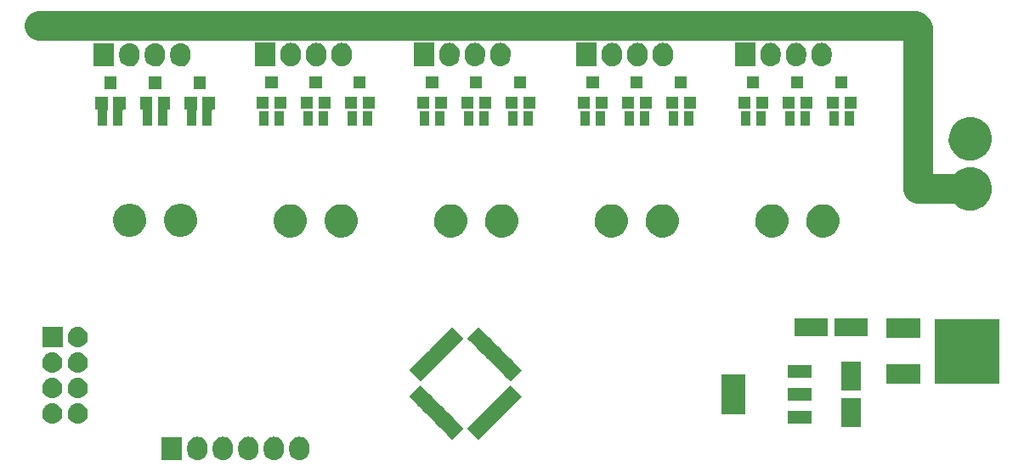
<source format=gts>
%FSLAX46Y46*%
G04 Gerber Fmt 4.6, Leading zero omitted, Abs format (unit mm)*
G04 Created by KiCad (PCBNEW (2014-09-25 BZR 5147)-product) date mån 17 nov 2014 05:07:00*
%MOMM*%
G01*
G04 APERTURE LIST*
%ADD10C,0.100000*%
%ADD11C,3.000000*%
G04 APERTURE END LIST*
D10*
D11*
X187750000Y-61500000D02*
X187750000Y-77500000D01*
X187500000Y-61250000D02*
X187750000Y-61500000D01*
X100250000Y-61250000D02*
X187500000Y-61250000D01*
X193250000Y-77500000D02*
X193250000Y-77750000D01*
X187750000Y-77500000D02*
X193250000Y-77500000D01*
D10*
G36*
X102544628Y-94836972D02*
X102543516Y-94846884D01*
X102543501Y-94849056D01*
X102521450Y-95045643D01*
X102521098Y-95046752D01*
X102520784Y-95049553D01*
X102463339Y-95230640D01*
X102461985Y-95233101D01*
X102461636Y-95234204D01*
X102366335Y-95407555D01*
X102365594Y-95408437D01*
X102362243Y-95414534D01*
X102362242Y-95414535D01*
X102244863Y-95554421D01*
X102239444Y-95558777D01*
X102239179Y-95559094D01*
X102085010Y-95683048D01*
X102084648Y-95683236D01*
X102081324Y-95685910D01*
X101912959Y-95773930D01*
X101718814Y-95831069D01*
X101522225Y-95848961D01*
X101328371Y-95828586D01*
X101132665Y-95768005D01*
X100967712Y-95678815D01*
X100963662Y-95675465D01*
X100963202Y-95675216D01*
X100810779Y-95549121D01*
X100810447Y-95548714D01*
X100806025Y-95545056D01*
X100689061Y-95401644D01*
X100686366Y-95396577D01*
X100685751Y-95395822D01*
X100592880Y-95221157D01*
X100592598Y-95220223D01*
X100591712Y-95218557D01*
X100536088Y-95034322D01*
X100535903Y-95032440D01*
X100535704Y-95031780D01*
X100516400Y-94834904D01*
X100516400Y-94833530D01*
X100515370Y-94823026D01*
X100516483Y-94813095D01*
X100516499Y-94810944D01*
X100538550Y-94614357D01*
X100538900Y-94613253D01*
X100539215Y-94610446D01*
X100596659Y-94429356D01*
X100598020Y-94426880D01*
X100598364Y-94425796D01*
X100693665Y-94252445D01*
X100694396Y-94251573D01*
X100697755Y-94245464D01*
X100697756Y-94245464D01*
X100815132Y-94105579D01*
X100815133Y-94105579D01*
X100820563Y-94101212D01*
X100820821Y-94100906D01*
X100974990Y-93976952D01*
X100975338Y-93976769D01*
X100978674Y-93974088D01*
X101147040Y-93886069D01*
X101341179Y-93828930D01*
X101537774Y-93811039D01*
X101731632Y-93831414D01*
X101927334Y-93891994D01*
X102092286Y-93981183D01*
X102096338Y-93984535D01*
X102096798Y-93984784D01*
X102249221Y-94110879D01*
X102249550Y-94111282D01*
X102253976Y-94114944D01*
X102370938Y-94258354D01*
X102373633Y-94263422D01*
X102374249Y-94264178D01*
X102467120Y-94438843D01*
X102467402Y-94439779D01*
X102468285Y-94441439D01*
X102523911Y-94625677D01*
X102524095Y-94627554D01*
X102524296Y-94628220D01*
X102543600Y-94825096D01*
X102543600Y-94826487D01*
X102544628Y-94836972D01*
X102544628Y-94836972D01*
G37*
G36*
X102544628Y-97376972D02*
X102543516Y-97386884D01*
X102543501Y-97389056D01*
X102521450Y-97585643D01*
X102521098Y-97586752D01*
X102520784Y-97589553D01*
X102463339Y-97770640D01*
X102461985Y-97773101D01*
X102461636Y-97774204D01*
X102366335Y-97947555D01*
X102365594Y-97948437D01*
X102362243Y-97954534D01*
X102362242Y-97954535D01*
X102244863Y-98094421D01*
X102239444Y-98098777D01*
X102239179Y-98099094D01*
X102085010Y-98223048D01*
X102084648Y-98223236D01*
X102081324Y-98225910D01*
X101912959Y-98313930D01*
X101718814Y-98371069D01*
X101522225Y-98388961D01*
X101328371Y-98368586D01*
X101132665Y-98308005D01*
X100967712Y-98218815D01*
X100963662Y-98215465D01*
X100963202Y-98215216D01*
X100810779Y-98089121D01*
X100810447Y-98088714D01*
X100806025Y-98085056D01*
X100689061Y-97941644D01*
X100686366Y-97936577D01*
X100685751Y-97935822D01*
X100592880Y-97761157D01*
X100592598Y-97760223D01*
X100591712Y-97758557D01*
X100536088Y-97574322D01*
X100535903Y-97572440D01*
X100535704Y-97571780D01*
X100516400Y-97374904D01*
X100516400Y-97373530D01*
X100515370Y-97363026D01*
X100516483Y-97353095D01*
X100516499Y-97350944D01*
X100538550Y-97154357D01*
X100538900Y-97153253D01*
X100539215Y-97150446D01*
X100596659Y-96969356D01*
X100598020Y-96966880D01*
X100598364Y-96965796D01*
X100693665Y-96792445D01*
X100694396Y-96791573D01*
X100697755Y-96785464D01*
X100697756Y-96785464D01*
X100815132Y-96645579D01*
X100815133Y-96645579D01*
X100820563Y-96641212D01*
X100820821Y-96640906D01*
X100974990Y-96516952D01*
X100975338Y-96516769D01*
X100978674Y-96514088D01*
X101147040Y-96426069D01*
X101341179Y-96368930D01*
X101537774Y-96351039D01*
X101731632Y-96371414D01*
X101927334Y-96431994D01*
X102092286Y-96521183D01*
X102096338Y-96524535D01*
X102096798Y-96524784D01*
X102249221Y-96650879D01*
X102249550Y-96651282D01*
X102253976Y-96654944D01*
X102370938Y-96798354D01*
X102373633Y-96803422D01*
X102374249Y-96804178D01*
X102467120Y-96978843D01*
X102467402Y-96979779D01*
X102468285Y-96981439D01*
X102523911Y-97165677D01*
X102524095Y-97167554D01*
X102524296Y-97168220D01*
X102543600Y-97365096D01*
X102543600Y-97366487D01*
X102544628Y-97376972D01*
X102544628Y-97376972D01*
G37*
G36*
X102544628Y-99916972D02*
X102543516Y-99926884D01*
X102543501Y-99929056D01*
X102521450Y-100125643D01*
X102521098Y-100126752D01*
X102520784Y-100129553D01*
X102463339Y-100310640D01*
X102461985Y-100313101D01*
X102461636Y-100314204D01*
X102366335Y-100487555D01*
X102365594Y-100488437D01*
X102362243Y-100494534D01*
X102362242Y-100494535D01*
X102244863Y-100634421D01*
X102239444Y-100638777D01*
X102239179Y-100639094D01*
X102085010Y-100763048D01*
X102084648Y-100763236D01*
X102081324Y-100765910D01*
X101912959Y-100853930D01*
X101718814Y-100911069D01*
X101522225Y-100928961D01*
X101328371Y-100908586D01*
X101132665Y-100848005D01*
X100967712Y-100758815D01*
X100963662Y-100755465D01*
X100963202Y-100755216D01*
X100810779Y-100629121D01*
X100810447Y-100628714D01*
X100806025Y-100625056D01*
X100689061Y-100481644D01*
X100686366Y-100476577D01*
X100685751Y-100475822D01*
X100592880Y-100301157D01*
X100592598Y-100300223D01*
X100591712Y-100298557D01*
X100536088Y-100114322D01*
X100535903Y-100112440D01*
X100535704Y-100111780D01*
X100516400Y-99914904D01*
X100516400Y-99913530D01*
X100515370Y-99903026D01*
X100516483Y-99893095D01*
X100516499Y-99890944D01*
X100538550Y-99694357D01*
X100538900Y-99693253D01*
X100539215Y-99690446D01*
X100596659Y-99509356D01*
X100598020Y-99506880D01*
X100598364Y-99505796D01*
X100693665Y-99332445D01*
X100694396Y-99331573D01*
X100697755Y-99325464D01*
X100697756Y-99325464D01*
X100815132Y-99185579D01*
X100815133Y-99185579D01*
X100820563Y-99181212D01*
X100820821Y-99180906D01*
X100974990Y-99056952D01*
X100975338Y-99056769D01*
X100978674Y-99054088D01*
X101147040Y-98966069D01*
X101341179Y-98908930D01*
X101537774Y-98891039D01*
X101731632Y-98911414D01*
X101927334Y-98971994D01*
X102092286Y-99061183D01*
X102096338Y-99064535D01*
X102096798Y-99064784D01*
X102249221Y-99190879D01*
X102249550Y-99191282D01*
X102253976Y-99194944D01*
X102370938Y-99338354D01*
X102373633Y-99343422D01*
X102374249Y-99344178D01*
X102467120Y-99518843D01*
X102467402Y-99519779D01*
X102468285Y-99521439D01*
X102523911Y-99705677D01*
X102524095Y-99707554D01*
X102524296Y-99708220D01*
X102543600Y-99905096D01*
X102543600Y-99906487D01*
X102544628Y-99916972D01*
X102544628Y-99916972D01*
G37*
G36*
X102545119Y-93303600D02*
X102543600Y-93303600D01*
X100516400Y-93303600D01*
X100514880Y-93303600D01*
X100514880Y-91276400D01*
X100516400Y-91276400D01*
X102543600Y-91276400D01*
X102545119Y-91276400D01*
X102545119Y-93303600D01*
X102545119Y-93303600D01*
G37*
G36*
X105084628Y-92296972D02*
X105083516Y-92306884D01*
X105083501Y-92309056D01*
X105061450Y-92505643D01*
X105061098Y-92506752D01*
X105060784Y-92509553D01*
X105003339Y-92690640D01*
X105001985Y-92693101D01*
X105001636Y-92694204D01*
X104906335Y-92867555D01*
X104905594Y-92868437D01*
X104902243Y-92874534D01*
X104902242Y-92874535D01*
X104784863Y-93014421D01*
X104779444Y-93018777D01*
X104779179Y-93019094D01*
X104625010Y-93143048D01*
X104624648Y-93143236D01*
X104621324Y-93145910D01*
X104452959Y-93233930D01*
X104258814Y-93291069D01*
X104062225Y-93308961D01*
X103868371Y-93288586D01*
X103672665Y-93228005D01*
X103507712Y-93138815D01*
X103503662Y-93135465D01*
X103503202Y-93135216D01*
X103350779Y-93009121D01*
X103350447Y-93008714D01*
X103346025Y-93005056D01*
X103229061Y-92861644D01*
X103226366Y-92856577D01*
X103225751Y-92855822D01*
X103132880Y-92681157D01*
X103132598Y-92680223D01*
X103131712Y-92678557D01*
X103076088Y-92494322D01*
X103075903Y-92492440D01*
X103075704Y-92491780D01*
X103056400Y-92294904D01*
X103056400Y-92293530D01*
X103055370Y-92283026D01*
X103056483Y-92273095D01*
X103056499Y-92270944D01*
X103078550Y-92074357D01*
X103078900Y-92073253D01*
X103079215Y-92070446D01*
X103136659Y-91889356D01*
X103138020Y-91886880D01*
X103138364Y-91885796D01*
X103233665Y-91712445D01*
X103234396Y-91711573D01*
X103237755Y-91705464D01*
X103237756Y-91705464D01*
X103355132Y-91565579D01*
X103355133Y-91565579D01*
X103360563Y-91561212D01*
X103360821Y-91560906D01*
X103514990Y-91436952D01*
X103515338Y-91436769D01*
X103518674Y-91434088D01*
X103687040Y-91346069D01*
X103881179Y-91288930D01*
X104077774Y-91271039D01*
X104271632Y-91291414D01*
X104467334Y-91351994D01*
X104632286Y-91441183D01*
X104636338Y-91444535D01*
X104636798Y-91444784D01*
X104789221Y-91570879D01*
X104789550Y-91571282D01*
X104793976Y-91574944D01*
X104910938Y-91718354D01*
X104913633Y-91723422D01*
X104914249Y-91724178D01*
X105007120Y-91898843D01*
X105007402Y-91899779D01*
X105008285Y-91901439D01*
X105063911Y-92085677D01*
X105064095Y-92087554D01*
X105064296Y-92088220D01*
X105083600Y-92285096D01*
X105083600Y-92286487D01*
X105084628Y-92296972D01*
X105084628Y-92296972D01*
G37*
G36*
X105084628Y-94836972D02*
X105083516Y-94846884D01*
X105083501Y-94849056D01*
X105061450Y-95045643D01*
X105061098Y-95046752D01*
X105060784Y-95049553D01*
X105003339Y-95230640D01*
X105001985Y-95233101D01*
X105001636Y-95234204D01*
X104906335Y-95407555D01*
X104905594Y-95408437D01*
X104902243Y-95414534D01*
X104902242Y-95414535D01*
X104784863Y-95554421D01*
X104779444Y-95558777D01*
X104779179Y-95559094D01*
X104625010Y-95683048D01*
X104624648Y-95683236D01*
X104621324Y-95685910D01*
X104452959Y-95773930D01*
X104258814Y-95831069D01*
X104062225Y-95848961D01*
X103868371Y-95828586D01*
X103672665Y-95768005D01*
X103507712Y-95678815D01*
X103503662Y-95675465D01*
X103503202Y-95675216D01*
X103350779Y-95549121D01*
X103350447Y-95548714D01*
X103346025Y-95545056D01*
X103229061Y-95401644D01*
X103226366Y-95396577D01*
X103225751Y-95395822D01*
X103132880Y-95221157D01*
X103132598Y-95220223D01*
X103131712Y-95218557D01*
X103076088Y-95034322D01*
X103075903Y-95032440D01*
X103075704Y-95031780D01*
X103056400Y-94834904D01*
X103056400Y-94833530D01*
X103055370Y-94823026D01*
X103056483Y-94813095D01*
X103056499Y-94810944D01*
X103078550Y-94614357D01*
X103078900Y-94613253D01*
X103079215Y-94610446D01*
X103136659Y-94429356D01*
X103138020Y-94426880D01*
X103138364Y-94425796D01*
X103233665Y-94252445D01*
X103234396Y-94251573D01*
X103237755Y-94245464D01*
X103237756Y-94245464D01*
X103355132Y-94105579D01*
X103355133Y-94105579D01*
X103360563Y-94101212D01*
X103360821Y-94100906D01*
X103514990Y-93976952D01*
X103515338Y-93976769D01*
X103518674Y-93974088D01*
X103687040Y-93886069D01*
X103881179Y-93828930D01*
X104077774Y-93811039D01*
X104271632Y-93831414D01*
X104467334Y-93891994D01*
X104632286Y-93981183D01*
X104636338Y-93984535D01*
X104636798Y-93984784D01*
X104789221Y-94110879D01*
X104789550Y-94111282D01*
X104793976Y-94114944D01*
X104910938Y-94258354D01*
X104913633Y-94263422D01*
X104914249Y-94264178D01*
X105007120Y-94438843D01*
X105007402Y-94439779D01*
X105008285Y-94441439D01*
X105063911Y-94625677D01*
X105064095Y-94627554D01*
X105064296Y-94628220D01*
X105083600Y-94825096D01*
X105083600Y-94826487D01*
X105084628Y-94836972D01*
X105084628Y-94836972D01*
G37*
G36*
X105084628Y-97376972D02*
X105083516Y-97386884D01*
X105083501Y-97389056D01*
X105061450Y-97585643D01*
X105061098Y-97586752D01*
X105060784Y-97589553D01*
X105003339Y-97770640D01*
X105001985Y-97773101D01*
X105001636Y-97774204D01*
X104906335Y-97947555D01*
X104905594Y-97948437D01*
X104902243Y-97954534D01*
X104902242Y-97954535D01*
X104784863Y-98094421D01*
X104779444Y-98098777D01*
X104779179Y-98099094D01*
X104625010Y-98223048D01*
X104624648Y-98223236D01*
X104621324Y-98225910D01*
X104452959Y-98313930D01*
X104258814Y-98371069D01*
X104062225Y-98388961D01*
X103868371Y-98368586D01*
X103672665Y-98308005D01*
X103507712Y-98218815D01*
X103503662Y-98215465D01*
X103503202Y-98215216D01*
X103350779Y-98089121D01*
X103350447Y-98088714D01*
X103346025Y-98085056D01*
X103229061Y-97941644D01*
X103226366Y-97936577D01*
X103225751Y-97935822D01*
X103132880Y-97761157D01*
X103132598Y-97760223D01*
X103131712Y-97758557D01*
X103076088Y-97574322D01*
X103075903Y-97572440D01*
X103075704Y-97571780D01*
X103056400Y-97374904D01*
X103056400Y-97373530D01*
X103055370Y-97363026D01*
X103056483Y-97353095D01*
X103056499Y-97350944D01*
X103078550Y-97154357D01*
X103078900Y-97153253D01*
X103079215Y-97150446D01*
X103136659Y-96969356D01*
X103138020Y-96966880D01*
X103138364Y-96965796D01*
X103233665Y-96792445D01*
X103234396Y-96791573D01*
X103237755Y-96785464D01*
X103237756Y-96785464D01*
X103355132Y-96645579D01*
X103355133Y-96645579D01*
X103360563Y-96641212D01*
X103360821Y-96640906D01*
X103514990Y-96516952D01*
X103515338Y-96516769D01*
X103518674Y-96514088D01*
X103687040Y-96426069D01*
X103881179Y-96368930D01*
X104077774Y-96351039D01*
X104271632Y-96371414D01*
X104467334Y-96431994D01*
X104632286Y-96521183D01*
X104636338Y-96524535D01*
X104636798Y-96524784D01*
X104789221Y-96650879D01*
X104789550Y-96651282D01*
X104793976Y-96654944D01*
X104910938Y-96798354D01*
X104913633Y-96803422D01*
X104914249Y-96804178D01*
X105007120Y-96978843D01*
X105007402Y-96979779D01*
X105008285Y-96981439D01*
X105063911Y-97165677D01*
X105064095Y-97167554D01*
X105064296Y-97168220D01*
X105083600Y-97365096D01*
X105083600Y-97366487D01*
X105084628Y-97376972D01*
X105084628Y-97376972D01*
G37*
G36*
X105084628Y-99916972D02*
X105083516Y-99926884D01*
X105083501Y-99929056D01*
X105061450Y-100125643D01*
X105061098Y-100126752D01*
X105060784Y-100129553D01*
X105003339Y-100310640D01*
X105001985Y-100313101D01*
X105001636Y-100314204D01*
X104906335Y-100487555D01*
X104905594Y-100488437D01*
X104902243Y-100494534D01*
X104902242Y-100494535D01*
X104784863Y-100634421D01*
X104779444Y-100638777D01*
X104779179Y-100639094D01*
X104625010Y-100763048D01*
X104624648Y-100763236D01*
X104621324Y-100765910D01*
X104452959Y-100853930D01*
X104258814Y-100911069D01*
X104062225Y-100928961D01*
X103868371Y-100908586D01*
X103672665Y-100848005D01*
X103507712Y-100758815D01*
X103503662Y-100755465D01*
X103503202Y-100755216D01*
X103350779Y-100629121D01*
X103350447Y-100628714D01*
X103346025Y-100625056D01*
X103229061Y-100481644D01*
X103226366Y-100476577D01*
X103225751Y-100475822D01*
X103132880Y-100301157D01*
X103132598Y-100300223D01*
X103131712Y-100298557D01*
X103076088Y-100114322D01*
X103075903Y-100112440D01*
X103075704Y-100111780D01*
X103056400Y-99914904D01*
X103056400Y-99913530D01*
X103055370Y-99903026D01*
X103056483Y-99893095D01*
X103056499Y-99890944D01*
X103078550Y-99694357D01*
X103078900Y-99693253D01*
X103079215Y-99690446D01*
X103136659Y-99509356D01*
X103138020Y-99506880D01*
X103138364Y-99505796D01*
X103233665Y-99332445D01*
X103234396Y-99331573D01*
X103237755Y-99325464D01*
X103237756Y-99325464D01*
X103355132Y-99185579D01*
X103355133Y-99185579D01*
X103360563Y-99181212D01*
X103360821Y-99180906D01*
X103514990Y-99056952D01*
X103515338Y-99056769D01*
X103518674Y-99054088D01*
X103687040Y-98966069D01*
X103881179Y-98908930D01*
X104077774Y-98891039D01*
X104271632Y-98911414D01*
X104467334Y-98971994D01*
X104632286Y-99061183D01*
X104636338Y-99064535D01*
X104636798Y-99064784D01*
X104789221Y-99190879D01*
X104789550Y-99191282D01*
X104793976Y-99194944D01*
X104910938Y-99338354D01*
X104913633Y-99343422D01*
X104914249Y-99344178D01*
X105007120Y-99518843D01*
X105007402Y-99519779D01*
X105008285Y-99521439D01*
X105063911Y-99705677D01*
X105064095Y-99707554D01*
X105064296Y-99708220D01*
X105083600Y-99905096D01*
X105083600Y-99906487D01*
X105084628Y-99916972D01*
X105084628Y-99916972D01*
G37*
G36*
X107034719Y-69617219D02*
X107033897Y-69618199D01*
X107022019Y-69650835D01*
X107022019Y-69685564D01*
X107022019Y-71206500D01*
X107020500Y-71206500D01*
X106085500Y-71206500D01*
X106083980Y-71206500D01*
X106083980Y-69685564D01*
X106083980Y-69650835D01*
X106072102Y-69618199D01*
X106049778Y-69591595D01*
X106019702Y-69574230D01*
X105985499Y-69568200D01*
X105818800Y-69568200D01*
X105817280Y-69568200D01*
X105817280Y-68353800D01*
X105818800Y-68353800D01*
X107033200Y-68353800D01*
X107034719Y-68353800D01*
X107034719Y-69617219D01*
X107034719Y-69617219D01*
G37*
G36*
X107695119Y-65301000D02*
X107693600Y-65301000D01*
X105666400Y-65301000D01*
X105664880Y-65301000D01*
X105664880Y-62969000D01*
X105666400Y-62969000D01*
X107693600Y-62969000D01*
X107695119Y-62969000D01*
X107695119Y-65301000D01*
X107695119Y-65301000D01*
G37*
G36*
X107923719Y-67536200D02*
X107922200Y-67536200D01*
X106707800Y-67536200D01*
X106706280Y-67536200D01*
X106706280Y-66321800D01*
X106707800Y-66321800D01*
X107922200Y-66321800D01*
X107923719Y-66321800D01*
X107923719Y-67536200D01*
X107923719Y-67536200D01*
G37*
G36*
X108812719Y-69568200D02*
X108811200Y-69568200D01*
X108644499Y-69568200D01*
X108610297Y-69574230D01*
X108580221Y-69591595D01*
X108557897Y-69618199D01*
X108546019Y-69650835D01*
X108546019Y-69685564D01*
X108546019Y-71206500D01*
X108544500Y-71206500D01*
X107609500Y-71206500D01*
X107607980Y-71206500D01*
X107607980Y-69685564D01*
X107607980Y-69650835D01*
X107596102Y-69618199D01*
X107595280Y-69617219D01*
X107595280Y-68353800D01*
X107596800Y-68353800D01*
X108811200Y-68353800D01*
X108812719Y-68353800D01*
X108812719Y-69568200D01*
X108812719Y-69568200D01*
G37*
G36*
X110235119Y-64276161D02*
X110235010Y-64291709D01*
X110233516Y-64305027D01*
X110233501Y-64307194D01*
X110211450Y-64503781D01*
X110211098Y-64504890D01*
X110210784Y-64507691D01*
X110153339Y-64688778D01*
X110151985Y-64691239D01*
X110151636Y-64692342D01*
X110056335Y-64865693D01*
X110055594Y-64866575D01*
X110052243Y-64872672D01*
X110052242Y-64872673D01*
X109934863Y-65012559D01*
X109929444Y-65016915D01*
X109929179Y-65017232D01*
X109775010Y-65141186D01*
X109774648Y-65141374D01*
X109771324Y-65144048D01*
X109602959Y-65232068D01*
X109408814Y-65289207D01*
X109212225Y-65307099D01*
X109018371Y-65286724D01*
X108822665Y-65226143D01*
X108657712Y-65136953D01*
X108653662Y-65133603D01*
X108653202Y-65133354D01*
X108500779Y-65007259D01*
X108500447Y-65006852D01*
X108496025Y-65003194D01*
X108379061Y-64859782D01*
X108376366Y-64854715D01*
X108375751Y-64853960D01*
X108282880Y-64679295D01*
X108282598Y-64678361D01*
X108281712Y-64676695D01*
X108226088Y-64492460D01*
X108225903Y-64490579D01*
X108225704Y-64489918D01*
X108206400Y-64293042D01*
X108206400Y-64291663D01*
X108204880Y-64276161D01*
X108204880Y-63993838D01*
X108204989Y-63978290D01*
X108206483Y-63964962D01*
X108206499Y-63962806D01*
X108228550Y-63766219D01*
X108228900Y-63765115D01*
X108229215Y-63762308D01*
X108286659Y-63581218D01*
X108288020Y-63578742D01*
X108288364Y-63577658D01*
X108383665Y-63404307D01*
X108384396Y-63403435D01*
X108387755Y-63397326D01*
X108387756Y-63397326D01*
X108505132Y-63257441D01*
X108505133Y-63257441D01*
X108510563Y-63253074D01*
X108510821Y-63252768D01*
X108664990Y-63128814D01*
X108665338Y-63128631D01*
X108668674Y-63125950D01*
X108837040Y-63037931D01*
X109031179Y-62980792D01*
X109227774Y-62962901D01*
X109421632Y-62983276D01*
X109617334Y-63043856D01*
X109782286Y-63133045D01*
X109786338Y-63136397D01*
X109786798Y-63136646D01*
X109939221Y-63262741D01*
X109939550Y-63263144D01*
X109943976Y-63266806D01*
X110060938Y-63410216D01*
X110063633Y-63415284D01*
X110064249Y-63416040D01*
X110157120Y-63590705D01*
X110157402Y-63591641D01*
X110158285Y-63593301D01*
X110213911Y-63777539D01*
X110214095Y-63779416D01*
X110214296Y-63780082D01*
X110233600Y-63976958D01*
X110233600Y-63978345D01*
X110235119Y-63993838D01*
X110235119Y-64276161D01*
X110235119Y-64276161D01*
G37*
G36*
X110871011Y-80488492D02*
X110865991Y-80848013D01*
X110792726Y-81170486D01*
X110662262Y-81463515D01*
X110475936Y-81727648D01*
X110238261Y-81953983D01*
X109971613Y-82123203D01*
X109658649Y-82244594D01*
X109354892Y-82298154D01*
X109019295Y-82291124D01*
X108710846Y-82223308D01*
X108410087Y-82091909D01*
X108144665Y-81907436D01*
X107921849Y-81676703D01*
X107742708Y-81398731D01*
X107627356Y-81107385D01*
X107566760Y-80777224D01*
X107571101Y-80466364D01*
X107640374Y-80140459D01*
X107765760Y-79847914D01*
X107949779Y-79579159D01*
X108182497Y-79351265D01*
X108448822Y-79176986D01*
X108757751Y-79052172D01*
X109063132Y-78993917D01*
X109398803Y-78996260D01*
X109705751Y-79059268D01*
X110010609Y-79187417D01*
X110276527Y-79366782D01*
X110504291Y-79596141D01*
X110685916Y-79869510D01*
X110806263Y-80161494D01*
X110871011Y-80488492D01*
X110871011Y-80488492D01*
G37*
G36*
X111479719Y-69617219D02*
X111478897Y-69618199D01*
X111467019Y-69650835D01*
X111467019Y-69685564D01*
X111467019Y-71206500D01*
X111465500Y-71206500D01*
X110530500Y-71206500D01*
X110528980Y-71206500D01*
X110528980Y-69685564D01*
X110528980Y-69650835D01*
X110517102Y-69618199D01*
X110494778Y-69591595D01*
X110464702Y-69574230D01*
X110430499Y-69568200D01*
X110263800Y-69568200D01*
X110262280Y-69568200D01*
X110262280Y-68353800D01*
X110263800Y-68353800D01*
X111478200Y-68353800D01*
X111479719Y-68353800D01*
X111479719Y-69617219D01*
X111479719Y-69617219D01*
G37*
G36*
X112368719Y-67536200D02*
X112367200Y-67536200D01*
X111152800Y-67536200D01*
X111151280Y-67536200D01*
X111151280Y-66321800D01*
X111152800Y-66321800D01*
X112367200Y-66321800D01*
X112368719Y-66321800D01*
X112368719Y-67536200D01*
X112368719Y-67536200D01*
G37*
G36*
X112775119Y-64276161D02*
X112775010Y-64291709D01*
X112773516Y-64305027D01*
X112773501Y-64307194D01*
X112751450Y-64503781D01*
X112751098Y-64504890D01*
X112750784Y-64507691D01*
X112693339Y-64688778D01*
X112691985Y-64691239D01*
X112691636Y-64692342D01*
X112596335Y-64865693D01*
X112595594Y-64866575D01*
X112592243Y-64872672D01*
X112592242Y-64872673D01*
X112474863Y-65012559D01*
X112469444Y-65016915D01*
X112469179Y-65017232D01*
X112315010Y-65141186D01*
X112314648Y-65141374D01*
X112311324Y-65144048D01*
X112142959Y-65232068D01*
X111948814Y-65289207D01*
X111752225Y-65307099D01*
X111558371Y-65286724D01*
X111362665Y-65226143D01*
X111197712Y-65136953D01*
X111193662Y-65133603D01*
X111193202Y-65133354D01*
X111040779Y-65007259D01*
X111040447Y-65006852D01*
X111036025Y-65003194D01*
X110919061Y-64859782D01*
X110916366Y-64854715D01*
X110915751Y-64853960D01*
X110822880Y-64679295D01*
X110822598Y-64678361D01*
X110821712Y-64676695D01*
X110766088Y-64492460D01*
X110765903Y-64490579D01*
X110765704Y-64489918D01*
X110746400Y-64293042D01*
X110746400Y-64291663D01*
X110744880Y-64276161D01*
X110744880Y-63993838D01*
X110744989Y-63978290D01*
X110746483Y-63964962D01*
X110746499Y-63962806D01*
X110768550Y-63766219D01*
X110768900Y-63765115D01*
X110769215Y-63762308D01*
X110826659Y-63581218D01*
X110828020Y-63578742D01*
X110828364Y-63577658D01*
X110923665Y-63404307D01*
X110924396Y-63403435D01*
X110927755Y-63397326D01*
X110927756Y-63397326D01*
X111045132Y-63257441D01*
X111045133Y-63257441D01*
X111050563Y-63253074D01*
X111050821Y-63252768D01*
X111204990Y-63128814D01*
X111205338Y-63128631D01*
X111208674Y-63125950D01*
X111377040Y-63037931D01*
X111571179Y-62980792D01*
X111767774Y-62962901D01*
X111961632Y-62983276D01*
X112157334Y-63043856D01*
X112322286Y-63133045D01*
X112326338Y-63136397D01*
X112326798Y-63136646D01*
X112479221Y-63262741D01*
X112479550Y-63263144D01*
X112483976Y-63266806D01*
X112600938Y-63410216D01*
X112603633Y-63415284D01*
X112604249Y-63416040D01*
X112697120Y-63590705D01*
X112697402Y-63591641D01*
X112698285Y-63593301D01*
X112753911Y-63777539D01*
X112754095Y-63779416D01*
X112754296Y-63780082D01*
X112773600Y-63976958D01*
X112773600Y-63978345D01*
X112775119Y-63993838D01*
X112775119Y-64276161D01*
X112775119Y-64276161D01*
G37*
G36*
X113257719Y-69568200D02*
X113256200Y-69568200D01*
X113089499Y-69568200D01*
X113055297Y-69574230D01*
X113025221Y-69591595D01*
X113002897Y-69618199D01*
X112991019Y-69650835D01*
X112991019Y-69685564D01*
X112991019Y-71206500D01*
X112989500Y-71206500D01*
X112054500Y-71206500D01*
X112052980Y-71206500D01*
X112052980Y-69685564D01*
X112052980Y-69650835D01*
X112041102Y-69618199D01*
X112040280Y-69617219D01*
X112040280Y-68353800D01*
X112041800Y-68353800D01*
X113256200Y-68353800D01*
X113257719Y-68353800D01*
X113257719Y-69568200D01*
X113257719Y-69568200D01*
G37*
G36*
X114465119Y-104566000D02*
X114463600Y-104566000D01*
X112436400Y-104566000D01*
X112434880Y-104566000D01*
X112434880Y-102234000D01*
X112436400Y-102234000D01*
X114463600Y-102234000D01*
X114465119Y-102234000D01*
X114465119Y-104566000D01*
X114465119Y-104566000D01*
G37*
G36*
X115315119Y-64276161D02*
X115315010Y-64291709D01*
X115313516Y-64305027D01*
X115313501Y-64307194D01*
X115291450Y-64503781D01*
X115291098Y-64504890D01*
X115290784Y-64507691D01*
X115233339Y-64688778D01*
X115231985Y-64691239D01*
X115231636Y-64692342D01*
X115136335Y-64865693D01*
X115135594Y-64866575D01*
X115132243Y-64872672D01*
X115132242Y-64872673D01*
X115014863Y-65012559D01*
X115009444Y-65016915D01*
X115009179Y-65017232D01*
X114855010Y-65141186D01*
X114854648Y-65141374D01*
X114851324Y-65144048D01*
X114682959Y-65232068D01*
X114488814Y-65289207D01*
X114292225Y-65307099D01*
X114098371Y-65286724D01*
X113902665Y-65226143D01*
X113737712Y-65136953D01*
X113733662Y-65133603D01*
X113733202Y-65133354D01*
X113580779Y-65007259D01*
X113580447Y-65006852D01*
X113576025Y-65003194D01*
X113459061Y-64859782D01*
X113456366Y-64854715D01*
X113455751Y-64853960D01*
X113362880Y-64679295D01*
X113362598Y-64678361D01*
X113361712Y-64676695D01*
X113306088Y-64492460D01*
X113305903Y-64490579D01*
X113305704Y-64489918D01*
X113286400Y-64293042D01*
X113286400Y-64291663D01*
X113284880Y-64276161D01*
X113284880Y-63993838D01*
X113284989Y-63978290D01*
X113286483Y-63964962D01*
X113286499Y-63962806D01*
X113308550Y-63766219D01*
X113308900Y-63765115D01*
X113309215Y-63762308D01*
X113366659Y-63581218D01*
X113368020Y-63578742D01*
X113368364Y-63577658D01*
X113463665Y-63404307D01*
X113464396Y-63403435D01*
X113467755Y-63397326D01*
X113467756Y-63397326D01*
X113585132Y-63257441D01*
X113585133Y-63257441D01*
X113590563Y-63253074D01*
X113590821Y-63252768D01*
X113744990Y-63128814D01*
X113745338Y-63128631D01*
X113748674Y-63125950D01*
X113917040Y-63037931D01*
X114111179Y-62980792D01*
X114307774Y-62962901D01*
X114501632Y-62983276D01*
X114697334Y-63043856D01*
X114862286Y-63133045D01*
X114866338Y-63136397D01*
X114866798Y-63136646D01*
X115019221Y-63262741D01*
X115019550Y-63263144D01*
X115023976Y-63266806D01*
X115140938Y-63410216D01*
X115143633Y-63415284D01*
X115144249Y-63416040D01*
X115237120Y-63590705D01*
X115237402Y-63591641D01*
X115238285Y-63593301D01*
X115293911Y-63777539D01*
X115294095Y-63779416D01*
X115294296Y-63780082D01*
X115313600Y-63976958D01*
X115313600Y-63978345D01*
X115315119Y-63993838D01*
X115315119Y-64276161D01*
X115315119Y-64276161D01*
G37*
G36*
X115924719Y-69617219D02*
X115923897Y-69618199D01*
X115912019Y-69650835D01*
X115912019Y-69685564D01*
X115912019Y-71206500D01*
X115910500Y-71206500D01*
X114975500Y-71206500D01*
X114973980Y-71206500D01*
X114973980Y-69685564D01*
X114973980Y-69650835D01*
X114962102Y-69618199D01*
X114939778Y-69591595D01*
X114909702Y-69574230D01*
X114875499Y-69568200D01*
X114708800Y-69568200D01*
X114707280Y-69568200D01*
X114707280Y-68353800D01*
X114708800Y-68353800D01*
X115923200Y-68353800D01*
X115924719Y-68353800D01*
X115924719Y-69617219D01*
X115924719Y-69617219D01*
G37*
G36*
X115951011Y-80488492D02*
X115945991Y-80848013D01*
X115872726Y-81170486D01*
X115742262Y-81463515D01*
X115555936Y-81727648D01*
X115318261Y-81953983D01*
X115051613Y-82123203D01*
X114738649Y-82244594D01*
X114434892Y-82298154D01*
X114099295Y-82291124D01*
X113790846Y-82223308D01*
X113490087Y-82091909D01*
X113224665Y-81907436D01*
X113001849Y-81676703D01*
X112822708Y-81398731D01*
X112707356Y-81107385D01*
X112646760Y-80777224D01*
X112651101Y-80466364D01*
X112720374Y-80140459D01*
X112845760Y-79847914D01*
X113029779Y-79579159D01*
X113262497Y-79351265D01*
X113528822Y-79176986D01*
X113837751Y-79052172D01*
X114143132Y-78993917D01*
X114478803Y-78996260D01*
X114785751Y-79059268D01*
X115090609Y-79187417D01*
X115356527Y-79366782D01*
X115584291Y-79596141D01*
X115765916Y-79869510D01*
X115886263Y-80161494D01*
X115951011Y-80488492D01*
X115951011Y-80488492D01*
G37*
G36*
X116813719Y-67536200D02*
X116812200Y-67536200D01*
X115597800Y-67536200D01*
X115596280Y-67536200D01*
X115596280Y-66321800D01*
X115597800Y-66321800D01*
X116812200Y-66321800D01*
X116813719Y-66321800D01*
X116813719Y-67536200D01*
X116813719Y-67536200D01*
G37*
G36*
X117005119Y-103541161D02*
X117005010Y-103556709D01*
X117003516Y-103570027D01*
X117003501Y-103572194D01*
X116981450Y-103768781D01*
X116981098Y-103769890D01*
X116980784Y-103772691D01*
X116923339Y-103953778D01*
X116921985Y-103956239D01*
X116921636Y-103957342D01*
X116826335Y-104130693D01*
X116825594Y-104131575D01*
X116822243Y-104137672D01*
X116822242Y-104137673D01*
X116704863Y-104277559D01*
X116699444Y-104281915D01*
X116699179Y-104282232D01*
X116545010Y-104406186D01*
X116544648Y-104406374D01*
X116541324Y-104409048D01*
X116372959Y-104497068D01*
X116178814Y-104554207D01*
X115982225Y-104572099D01*
X115788371Y-104551724D01*
X115592665Y-104491143D01*
X115427712Y-104401953D01*
X115423662Y-104398603D01*
X115423202Y-104398354D01*
X115270779Y-104272259D01*
X115270447Y-104271852D01*
X115266025Y-104268194D01*
X115149061Y-104124782D01*
X115146366Y-104119715D01*
X115145751Y-104118960D01*
X115052880Y-103944295D01*
X115052598Y-103943361D01*
X115051712Y-103941695D01*
X114996088Y-103757460D01*
X114995903Y-103755579D01*
X114995704Y-103754918D01*
X114976400Y-103558042D01*
X114976400Y-103556663D01*
X114974880Y-103541161D01*
X114974880Y-103258838D01*
X114974989Y-103243290D01*
X114976483Y-103229962D01*
X114976499Y-103227806D01*
X114998550Y-103031219D01*
X114998900Y-103030115D01*
X114999215Y-103027308D01*
X115056659Y-102846218D01*
X115058020Y-102843742D01*
X115058364Y-102842658D01*
X115153665Y-102669307D01*
X115154396Y-102668435D01*
X115157755Y-102662326D01*
X115157756Y-102662326D01*
X115275132Y-102522441D01*
X115275133Y-102522441D01*
X115280563Y-102518074D01*
X115280821Y-102517768D01*
X115434990Y-102393814D01*
X115435338Y-102393631D01*
X115438674Y-102390950D01*
X115607040Y-102302931D01*
X115801179Y-102245792D01*
X115997774Y-102227901D01*
X116191632Y-102248276D01*
X116387334Y-102308856D01*
X116552286Y-102398045D01*
X116556338Y-102401397D01*
X116556798Y-102401646D01*
X116709221Y-102527741D01*
X116709550Y-102528144D01*
X116713976Y-102531806D01*
X116830938Y-102675216D01*
X116833633Y-102680284D01*
X116834249Y-102681040D01*
X116927120Y-102855705D01*
X116927402Y-102856641D01*
X116928285Y-102858301D01*
X116983911Y-103042539D01*
X116984095Y-103044416D01*
X116984296Y-103045082D01*
X117003600Y-103241958D01*
X117003600Y-103243345D01*
X117005119Y-103258838D01*
X117005119Y-103541161D01*
X117005119Y-103541161D01*
G37*
G36*
X117702719Y-69568200D02*
X117701200Y-69568200D01*
X117534499Y-69568200D01*
X117500297Y-69574230D01*
X117470221Y-69591595D01*
X117447897Y-69618199D01*
X117436019Y-69650835D01*
X117436019Y-69685564D01*
X117436019Y-71206500D01*
X117434500Y-71206500D01*
X116499500Y-71206500D01*
X116497980Y-71206500D01*
X116497980Y-69685564D01*
X116497980Y-69650835D01*
X116486102Y-69618199D01*
X116485280Y-69617219D01*
X116485280Y-68353800D01*
X116486800Y-68353800D01*
X117701200Y-68353800D01*
X117702719Y-68353800D01*
X117702719Y-69568200D01*
X117702719Y-69568200D01*
G37*
G36*
X119545119Y-103541161D02*
X119545010Y-103556709D01*
X119543516Y-103570027D01*
X119543501Y-103572194D01*
X119521450Y-103768781D01*
X119521098Y-103769890D01*
X119520784Y-103772691D01*
X119463339Y-103953778D01*
X119461985Y-103956239D01*
X119461636Y-103957342D01*
X119366335Y-104130693D01*
X119365594Y-104131575D01*
X119362243Y-104137672D01*
X119362242Y-104137673D01*
X119244863Y-104277559D01*
X119239444Y-104281915D01*
X119239179Y-104282232D01*
X119085010Y-104406186D01*
X119084648Y-104406374D01*
X119081324Y-104409048D01*
X118912959Y-104497068D01*
X118718814Y-104554207D01*
X118522225Y-104572099D01*
X118328371Y-104551724D01*
X118132665Y-104491143D01*
X117967712Y-104401953D01*
X117963662Y-104398603D01*
X117963202Y-104398354D01*
X117810779Y-104272259D01*
X117810447Y-104271852D01*
X117806025Y-104268194D01*
X117689061Y-104124782D01*
X117686366Y-104119715D01*
X117685751Y-104118960D01*
X117592880Y-103944295D01*
X117592598Y-103943361D01*
X117591712Y-103941695D01*
X117536088Y-103757460D01*
X117535903Y-103755579D01*
X117535704Y-103754918D01*
X117516400Y-103558042D01*
X117516400Y-103556663D01*
X117514880Y-103541161D01*
X117514880Y-103258838D01*
X117514989Y-103243290D01*
X117516483Y-103229962D01*
X117516499Y-103227806D01*
X117538550Y-103031219D01*
X117538900Y-103030115D01*
X117539215Y-103027308D01*
X117596659Y-102846218D01*
X117598020Y-102843742D01*
X117598364Y-102842658D01*
X117693665Y-102669307D01*
X117694396Y-102668435D01*
X117697755Y-102662326D01*
X117697756Y-102662326D01*
X117815132Y-102522441D01*
X117815133Y-102522441D01*
X117820563Y-102518074D01*
X117820821Y-102517768D01*
X117974990Y-102393814D01*
X117975338Y-102393631D01*
X117978674Y-102390950D01*
X118147040Y-102302931D01*
X118341179Y-102245792D01*
X118537774Y-102227901D01*
X118731632Y-102248276D01*
X118927334Y-102308856D01*
X119092286Y-102398045D01*
X119096338Y-102401397D01*
X119096798Y-102401646D01*
X119249221Y-102527741D01*
X119249550Y-102528144D01*
X119253976Y-102531806D01*
X119370938Y-102675216D01*
X119373633Y-102680284D01*
X119374249Y-102681040D01*
X119467120Y-102855705D01*
X119467402Y-102856641D01*
X119468285Y-102858301D01*
X119523911Y-103042539D01*
X119524095Y-103044416D01*
X119524296Y-103045082D01*
X119543600Y-103241958D01*
X119543600Y-103243345D01*
X119545119Y-103258838D01*
X119545119Y-103541161D01*
X119545119Y-103541161D01*
G37*
G36*
X122085119Y-103541161D02*
X122085010Y-103556709D01*
X122083516Y-103570027D01*
X122083501Y-103572194D01*
X122061450Y-103768781D01*
X122061098Y-103769890D01*
X122060784Y-103772691D01*
X122003339Y-103953778D01*
X122001985Y-103956239D01*
X122001636Y-103957342D01*
X121906335Y-104130693D01*
X121905594Y-104131575D01*
X121902243Y-104137672D01*
X121902242Y-104137673D01*
X121784863Y-104277559D01*
X121779444Y-104281915D01*
X121779179Y-104282232D01*
X121625010Y-104406186D01*
X121624648Y-104406374D01*
X121621324Y-104409048D01*
X121452959Y-104497068D01*
X121258814Y-104554207D01*
X121062225Y-104572099D01*
X120868371Y-104551724D01*
X120672665Y-104491143D01*
X120507712Y-104401953D01*
X120503662Y-104398603D01*
X120503202Y-104398354D01*
X120350779Y-104272259D01*
X120350447Y-104271852D01*
X120346025Y-104268194D01*
X120229061Y-104124782D01*
X120226366Y-104119715D01*
X120225751Y-104118960D01*
X120132880Y-103944295D01*
X120132598Y-103943361D01*
X120131712Y-103941695D01*
X120076088Y-103757460D01*
X120075903Y-103755579D01*
X120075704Y-103754918D01*
X120056400Y-103558042D01*
X120056400Y-103556663D01*
X120054880Y-103541161D01*
X120054880Y-103258838D01*
X120054989Y-103243290D01*
X120056483Y-103229962D01*
X120056499Y-103227806D01*
X120078550Y-103031219D01*
X120078900Y-103030115D01*
X120079215Y-103027308D01*
X120136659Y-102846218D01*
X120138020Y-102843742D01*
X120138364Y-102842658D01*
X120233665Y-102669307D01*
X120234396Y-102668435D01*
X120237755Y-102662326D01*
X120237756Y-102662326D01*
X120355132Y-102522441D01*
X120355133Y-102522441D01*
X120360563Y-102518074D01*
X120360821Y-102517768D01*
X120514990Y-102393814D01*
X120515338Y-102393631D01*
X120518674Y-102390950D01*
X120687040Y-102302931D01*
X120881179Y-102245792D01*
X121077774Y-102227901D01*
X121271632Y-102248276D01*
X121467334Y-102308856D01*
X121632286Y-102398045D01*
X121636338Y-102401397D01*
X121636798Y-102401646D01*
X121789221Y-102527741D01*
X121789550Y-102528144D01*
X121793976Y-102531806D01*
X121910938Y-102675216D01*
X121913633Y-102680284D01*
X121914249Y-102681040D01*
X122007120Y-102855705D01*
X122007402Y-102856641D01*
X122008285Y-102858301D01*
X122063911Y-103042539D01*
X122064095Y-103044416D01*
X122064296Y-103045082D01*
X122083600Y-103241958D01*
X122083600Y-103243345D01*
X122085119Y-103258838D01*
X122085119Y-103541161D01*
X122085119Y-103541161D01*
G37*
G36*
X123067019Y-71221500D02*
X123065500Y-71221500D01*
X122130500Y-71221500D01*
X122128980Y-71221500D01*
X122128980Y-69778500D01*
X122130500Y-69778500D01*
X123065500Y-69778500D01*
X123067019Y-69778500D01*
X123067019Y-71221500D01*
X123067019Y-71221500D01*
G37*
G36*
X123079719Y-69523200D02*
X123078200Y-69523200D01*
X121863800Y-69523200D01*
X121862280Y-69523200D01*
X121862280Y-68308800D01*
X121863800Y-68308800D01*
X123078200Y-68308800D01*
X123079719Y-68308800D01*
X123079719Y-69523200D01*
X123079719Y-69523200D01*
G37*
G36*
X123765119Y-65266000D02*
X123763600Y-65266000D01*
X121736400Y-65266000D01*
X121734880Y-65266000D01*
X121734880Y-62934000D01*
X121736400Y-62934000D01*
X123763600Y-62934000D01*
X123765119Y-62934000D01*
X123765119Y-65266000D01*
X123765119Y-65266000D01*
G37*
G36*
X123968719Y-67491200D02*
X123967200Y-67491200D01*
X122752800Y-67491200D01*
X122751280Y-67491200D01*
X122751280Y-66276800D01*
X122752800Y-66276800D01*
X123967200Y-66276800D01*
X123968719Y-66276800D01*
X123968719Y-67491200D01*
X123968719Y-67491200D01*
G37*
G36*
X124591019Y-71221500D02*
X124589500Y-71221500D01*
X123654500Y-71221500D01*
X123652980Y-71221500D01*
X123652980Y-69778500D01*
X123654500Y-69778500D01*
X124589500Y-69778500D01*
X124591019Y-69778500D01*
X124591019Y-71221500D01*
X124591019Y-71221500D01*
G37*
G36*
X124625119Y-103541161D02*
X124625010Y-103556709D01*
X124623516Y-103570027D01*
X124623501Y-103572194D01*
X124601450Y-103768781D01*
X124601098Y-103769890D01*
X124600784Y-103772691D01*
X124543339Y-103953778D01*
X124541985Y-103956239D01*
X124541636Y-103957342D01*
X124446335Y-104130693D01*
X124445594Y-104131575D01*
X124442243Y-104137672D01*
X124442242Y-104137673D01*
X124324863Y-104277559D01*
X124319444Y-104281915D01*
X124319179Y-104282232D01*
X124165010Y-104406186D01*
X124164648Y-104406374D01*
X124161324Y-104409048D01*
X123992959Y-104497068D01*
X123798814Y-104554207D01*
X123602225Y-104572099D01*
X123408371Y-104551724D01*
X123212665Y-104491143D01*
X123047712Y-104401953D01*
X123043662Y-104398603D01*
X123043202Y-104398354D01*
X122890779Y-104272259D01*
X122890447Y-104271852D01*
X122886025Y-104268194D01*
X122769061Y-104124782D01*
X122766366Y-104119715D01*
X122765751Y-104118960D01*
X122672880Y-103944295D01*
X122672598Y-103943361D01*
X122671712Y-103941695D01*
X122616088Y-103757460D01*
X122615903Y-103755579D01*
X122615704Y-103754918D01*
X122596400Y-103558042D01*
X122596400Y-103556663D01*
X122594880Y-103541161D01*
X122594880Y-103258838D01*
X122594989Y-103243290D01*
X122596483Y-103229962D01*
X122596499Y-103227806D01*
X122618550Y-103031219D01*
X122618900Y-103030115D01*
X122619215Y-103027308D01*
X122676659Y-102846218D01*
X122678020Y-102843742D01*
X122678364Y-102842658D01*
X122773665Y-102669307D01*
X122774396Y-102668435D01*
X122777755Y-102662326D01*
X122777756Y-102662326D01*
X122895132Y-102522441D01*
X122895133Y-102522441D01*
X122900563Y-102518074D01*
X122900821Y-102517768D01*
X123054990Y-102393814D01*
X123055338Y-102393631D01*
X123058674Y-102390950D01*
X123227040Y-102302931D01*
X123421179Y-102245792D01*
X123617774Y-102227901D01*
X123811632Y-102248276D01*
X124007334Y-102308856D01*
X124172286Y-102398045D01*
X124176338Y-102401397D01*
X124176798Y-102401646D01*
X124329221Y-102527741D01*
X124329550Y-102528144D01*
X124333976Y-102531806D01*
X124450938Y-102675216D01*
X124453633Y-102680284D01*
X124454249Y-102681040D01*
X124547120Y-102855705D01*
X124547402Y-102856641D01*
X124548285Y-102858301D01*
X124603911Y-103042539D01*
X124604095Y-103044416D01*
X124604296Y-103045082D01*
X124623600Y-103241958D01*
X124623600Y-103243345D01*
X124625119Y-103258838D01*
X124625119Y-103541161D01*
X124625119Y-103541161D01*
G37*
G36*
X124857719Y-69523200D02*
X124856200Y-69523200D01*
X123641800Y-69523200D01*
X123640280Y-69523200D01*
X123640280Y-68308800D01*
X123641800Y-68308800D01*
X124856200Y-68308800D01*
X124857719Y-68308800D01*
X124857719Y-69523200D01*
X124857719Y-69523200D01*
G37*
G36*
X126305119Y-64241161D02*
X126305010Y-64256709D01*
X126303516Y-64270027D01*
X126303501Y-64272194D01*
X126281450Y-64468781D01*
X126281098Y-64469890D01*
X126280784Y-64472691D01*
X126223339Y-64653778D01*
X126221985Y-64656239D01*
X126221636Y-64657342D01*
X126126335Y-64830693D01*
X126125594Y-64831575D01*
X126122243Y-64837672D01*
X126122242Y-64837673D01*
X126004863Y-64977559D01*
X125999444Y-64981915D01*
X125999179Y-64982232D01*
X125845010Y-65106186D01*
X125844648Y-65106374D01*
X125841324Y-65109048D01*
X125672959Y-65197068D01*
X125478814Y-65254207D01*
X125282225Y-65272099D01*
X125088371Y-65251724D01*
X124892665Y-65191143D01*
X124727712Y-65101953D01*
X124723662Y-65098603D01*
X124723202Y-65098354D01*
X124570779Y-64972259D01*
X124570447Y-64971852D01*
X124566025Y-64968194D01*
X124449061Y-64824782D01*
X124446366Y-64819715D01*
X124445751Y-64818960D01*
X124352880Y-64644295D01*
X124352598Y-64643361D01*
X124351712Y-64641695D01*
X124296088Y-64457460D01*
X124295903Y-64455579D01*
X124295704Y-64454918D01*
X124276400Y-64258042D01*
X124276400Y-64256663D01*
X124274880Y-64241161D01*
X124274880Y-63958838D01*
X124274989Y-63943290D01*
X124276483Y-63929962D01*
X124276499Y-63927806D01*
X124298550Y-63731219D01*
X124298900Y-63730115D01*
X124299215Y-63727308D01*
X124356659Y-63546218D01*
X124358020Y-63543742D01*
X124358364Y-63542658D01*
X124453665Y-63369307D01*
X124454396Y-63368435D01*
X124457755Y-63362326D01*
X124457756Y-63362326D01*
X124575132Y-63222441D01*
X124575133Y-63222441D01*
X124580563Y-63218074D01*
X124580821Y-63217768D01*
X124734990Y-63093814D01*
X124735338Y-63093631D01*
X124738674Y-63090950D01*
X124907040Y-63002931D01*
X125101179Y-62945792D01*
X125297774Y-62927901D01*
X125491632Y-62948276D01*
X125687334Y-63008856D01*
X125852286Y-63098045D01*
X125856338Y-63101397D01*
X125856798Y-63101646D01*
X126009221Y-63227741D01*
X126009550Y-63228144D01*
X126013976Y-63231806D01*
X126130938Y-63375216D01*
X126133633Y-63380284D01*
X126134249Y-63381040D01*
X126227120Y-63555705D01*
X126227402Y-63556641D01*
X126228285Y-63558301D01*
X126283911Y-63742539D01*
X126284095Y-63744416D01*
X126284296Y-63745082D01*
X126303600Y-63941958D01*
X126303600Y-63943345D01*
X126305119Y-63958838D01*
X126305119Y-64241161D01*
X126305119Y-64241161D01*
G37*
G36*
X126871011Y-80543492D02*
X126865991Y-80903013D01*
X126792726Y-81225486D01*
X126662262Y-81518515D01*
X126475936Y-81782648D01*
X126238261Y-82008983D01*
X125971613Y-82178203D01*
X125658649Y-82299594D01*
X125354892Y-82353154D01*
X125019295Y-82346124D01*
X124710846Y-82278308D01*
X124410087Y-82146909D01*
X124144665Y-81962436D01*
X123921849Y-81731703D01*
X123742708Y-81453731D01*
X123627356Y-81162385D01*
X123566760Y-80832224D01*
X123571101Y-80521364D01*
X123640374Y-80195459D01*
X123765760Y-79902914D01*
X123949779Y-79634159D01*
X124182497Y-79406265D01*
X124448822Y-79231986D01*
X124757751Y-79107172D01*
X125063132Y-79048917D01*
X125398803Y-79051260D01*
X125705751Y-79114268D01*
X126010609Y-79242417D01*
X126276527Y-79421782D01*
X126504291Y-79651141D01*
X126685916Y-79924510D01*
X126806263Y-80216494D01*
X126871011Y-80543492D01*
X126871011Y-80543492D01*
G37*
G36*
X127165119Y-103541161D02*
X127165010Y-103556709D01*
X127163516Y-103570027D01*
X127163501Y-103572194D01*
X127141450Y-103768781D01*
X127141098Y-103769890D01*
X127140784Y-103772691D01*
X127083339Y-103953778D01*
X127081985Y-103956239D01*
X127081636Y-103957342D01*
X126986335Y-104130693D01*
X126985594Y-104131575D01*
X126982243Y-104137672D01*
X126982242Y-104137673D01*
X126864863Y-104277559D01*
X126859444Y-104281915D01*
X126859179Y-104282232D01*
X126705010Y-104406186D01*
X126704648Y-104406374D01*
X126701324Y-104409048D01*
X126532959Y-104497068D01*
X126338814Y-104554207D01*
X126142225Y-104572099D01*
X125948371Y-104551724D01*
X125752665Y-104491143D01*
X125587712Y-104401953D01*
X125583662Y-104398603D01*
X125583202Y-104398354D01*
X125430779Y-104272259D01*
X125430447Y-104271852D01*
X125426025Y-104268194D01*
X125309061Y-104124782D01*
X125306366Y-104119715D01*
X125305751Y-104118960D01*
X125212880Y-103944295D01*
X125212598Y-103943361D01*
X125211712Y-103941695D01*
X125156088Y-103757460D01*
X125155903Y-103755579D01*
X125155704Y-103754918D01*
X125136400Y-103558042D01*
X125136400Y-103556663D01*
X125134880Y-103541161D01*
X125134880Y-103258838D01*
X125134989Y-103243290D01*
X125136483Y-103229962D01*
X125136499Y-103227806D01*
X125158550Y-103031219D01*
X125158900Y-103030115D01*
X125159215Y-103027308D01*
X125216659Y-102846218D01*
X125218020Y-102843742D01*
X125218364Y-102842658D01*
X125313665Y-102669307D01*
X125314396Y-102668435D01*
X125317755Y-102662326D01*
X125317756Y-102662326D01*
X125435132Y-102522441D01*
X125435133Y-102522441D01*
X125440563Y-102518074D01*
X125440821Y-102517768D01*
X125594990Y-102393814D01*
X125595338Y-102393631D01*
X125598674Y-102390950D01*
X125767040Y-102302931D01*
X125961179Y-102245792D01*
X126157774Y-102227901D01*
X126351632Y-102248276D01*
X126547334Y-102308856D01*
X126712286Y-102398045D01*
X126716338Y-102401397D01*
X126716798Y-102401646D01*
X126869221Y-102527741D01*
X126869550Y-102528144D01*
X126873976Y-102531806D01*
X126990938Y-102675216D01*
X126993633Y-102680284D01*
X126994249Y-102681040D01*
X127087120Y-102855705D01*
X127087402Y-102856641D01*
X127088285Y-102858301D01*
X127143911Y-103042539D01*
X127144095Y-103044416D01*
X127144296Y-103045082D01*
X127163600Y-103241958D01*
X127163600Y-103243345D01*
X127165119Y-103258838D01*
X127165119Y-103541161D01*
X127165119Y-103541161D01*
G37*
G36*
X127467019Y-71221500D02*
X127465500Y-71221500D01*
X126530500Y-71221500D01*
X126528980Y-71221500D01*
X126528980Y-69778500D01*
X126530500Y-69778500D01*
X127465500Y-69778500D01*
X127467019Y-69778500D01*
X127467019Y-71221500D01*
X127467019Y-71221500D01*
G37*
G36*
X127479719Y-69523200D02*
X127478200Y-69523200D01*
X126263800Y-69523200D01*
X126262280Y-69523200D01*
X126262280Y-68308800D01*
X126263800Y-68308800D01*
X127478200Y-68308800D01*
X127479719Y-68308800D01*
X127479719Y-69523200D01*
X127479719Y-69523200D01*
G37*
G36*
X128368719Y-67491200D02*
X128367200Y-67491200D01*
X127152800Y-67491200D01*
X127151280Y-67491200D01*
X127151280Y-66276800D01*
X127152800Y-66276800D01*
X128367200Y-66276800D01*
X128368719Y-66276800D01*
X128368719Y-67491200D01*
X128368719Y-67491200D01*
G37*
G36*
X128845119Y-64241161D02*
X128845010Y-64256709D01*
X128843516Y-64270027D01*
X128843501Y-64272194D01*
X128821450Y-64468781D01*
X128821098Y-64469890D01*
X128820784Y-64472691D01*
X128763339Y-64653778D01*
X128761985Y-64656239D01*
X128761636Y-64657342D01*
X128666335Y-64830693D01*
X128665594Y-64831575D01*
X128662243Y-64837672D01*
X128662242Y-64837673D01*
X128544863Y-64977559D01*
X128539444Y-64981915D01*
X128539179Y-64982232D01*
X128385010Y-65106186D01*
X128384648Y-65106374D01*
X128381324Y-65109048D01*
X128212959Y-65197068D01*
X128018814Y-65254207D01*
X127822225Y-65272099D01*
X127628371Y-65251724D01*
X127432665Y-65191143D01*
X127267712Y-65101953D01*
X127263662Y-65098603D01*
X127263202Y-65098354D01*
X127110779Y-64972259D01*
X127110447Y-64971852D01*
X127106025Y-64968194D01*
X126989061Y-64824782D01*
X126986366Y-64819715D01*
X126985751Y-64818960D01*
X126892880Y-64644295D01*
X126892598Y-64643361D01*
X126891712Y-64641695D01*
X126836088Y-64457460D01*
X126835903Y-64455579D01*
X126835704Y-64454918D01*
X126816400Y-64258042D01*
X126816400Y-64256663D01*
X126814880Y-64241161D01*
X126814880Y-63958838D01*
X126814989Y-63943290D01*
X126816483Y-63929962D01*
X126816499Y-63927806D01*
X126838550Y-63731219D01*
X126838900Y-63730115D01*
X126839215Y-63727308D01*
X126896659Y-63546218D01*
X126898020Y-63543742D01*
X126898364Y-63542658D01*
X126993665Y-63369307D01*
X126994396Y-63368435D01*
X126997755Y-63362326D01*
X126997756Y-63362326D01*
X127115132Y-63222441D01*
X127115133Y-63222441D01*
X127120563Y-63218074D01*
X127120821Y-63217768D01*
X127274990Y-63093814D01*
X127275338Y-63093631D01*
X127278674Y-63090950D01*
X127447040Y-63002931D01*
X127641179Y-62945792D01*
X127837774Y-62927901D01*
X128031632Y-62948276D01*
X128227334Y-63008856D01*
X128392286Y-63098045D01*
X128396338Y-63101397D01*
X128396798Y-63101646D01*
X128549221Y-63227741D01*
X128549550Y-63228144D01*
X128553976Y-63231806D01*
X128670938Y-63375216D01*
X128673633Y-63380284D01*
X128674249Y-63381040D01*
X128767120Y-63555705D01*
X128767402Y-63556641D01*
X128768285Y-63558301D01*
X128823911Y-63742539D01*
X128824095Y-63744416D01*
X128824296Y-63745082D01*
X128843600Y-63941958D01*
X128843600Y-63943345D01*
X128845119Y-63958838D01*
X128845119Y-64241161D01*
X128845119Y-64241161D01*
G37*
G36*
X128991019Y-71221500D02*
X128989500Y-71221500D01*
X128054500Y-71221500D01*
X128052980Y-71221500D01*
X128052980Y-69778500D01*
X128054500Y-69778500D01*
X128989500Y-69778500D01*
X128991019Y-69778500D01*
X128991019Y-71221500D01*
X128991019Y-71221500D01*
G37*
G36*
X129257719Y-69523200D02*
X129256200Y-69523200D01*
X128041800Y-69523200D01*
X128040280Y-69523200D01*
X128040280Y-68308800D01*
X128041800Y-68308800D01*
X129256200Y-68308800D01*
X129257719Y-68308800D01*
X129257719Y-69523200D01*
X129257719Y-69523200D01*
G37*
G36*
X131385119Y-64241161D02*
X131385010Y-64256709D01*
X131383516Y-64270027D01*
X131383501Y-64272194D01*
X131361450Y-64468781D01*
X131361098Y-64469890D01*
X131360784Y-64472691D01*
X131303339Y-64653778D01*
X131301985Y-64656239D01*
X131301636Y-64657342D01*
X131206335Y-64830693D01*
X131205594Y-64831575D01*
X131202243Y-64837672D01*
X131202242Y-64837673D01*
X131084863Y-64977559D01*
X131079444Y-64981915D01*
X131079179Y-64982232D01*
X130925010Y-65106186D01*
X130924648Y-65106374D01*
X130921324Y-65109048D01*
X130752959Y-65197068D01*
X130558814Y-65254207D01*
X130362225Y-65272099D01*
X130168371Y-65251724D01*
X129972665Y-65191143D01*
X129807712Y-65101953D01*
X129803662Y-65098603D01*
X129803202Y-65098354D01*
X129650779Y-64972259D01*
X129650447Y-64971852D01*
X129646025Y-64968194D01*
X129529061Y-64824782D01*
X129526366Y-64819715D01*
X129525751Y-64818960D01*
X129432880Y-64644295D01*
X129432598Y-64643361D01*
X129431712Y-64641695D01*
X129376088Y-64457460D01*
X129375903Y-64455579D01*
X129375704Y-64454918D01*
X129356400Y-64258042D01*
X129356400Y-64256663D01*
X129354880Y-64241161D01*
X129354880Y-63958838D01*
X129354989Y-63943290D01*
X129356483Y-63929962D01*
X129356499Y-63927806D01*
X129378550Y-63731219D01*
X129378900Y-63730115D01*
X129379215Y-63727308D01*
X129436659Y-63546218D01*
X129438020Y-63543742D01*
X129438364Y-63542658D01*
X129533665Y-63369307D01*
X129534396Y-63368435D01*
X129537755Y-63362326D01*
X129537756Y-63362326D01*
X129655132Y-63222441D01*
X129655133Y-63222441D01*
X129660563Y-63218074D01*
X129660821Y-63217768D01*
X129814990Y-63093814D01*
X129815338Y-63093631D01*
X129818674Y-63090950D01*
X129987040Y-63002931D01*
X130181179Y-62945792D01*
X130377774Y-62927901D01*
X130571632Y-62948276D01*
X130767334Y-63008856D01*
X130932286Y-63098045D01*
X130936338Y-63101397D01*
X130936798Y-63101646D01*
X131089221Y-63227741D01*
X131089550Y-63228144D01*
X131093976Y-63231806D01*
X131210938Y-63375216D01*
X131213633Y-63380284D01*
X131214249Y-63381040D01*
X131307120Y-63555705D01*
X131307402Y-63556641D01*
X131308285Y-63558301D01*
X131363911Y-63742539D01*
X131364095Y-63744416D01*
X131364296Y-63745082D01*
X131383600Y-63941958D01*
X131383600Y-63943345D01*
X131385119Y-63958838D01*
X131385119Y-64241161D01*
X131385119Y-64241161D01*
G37*
G36*
X131867019Y-71221500D02*
X131865500Y-71221500D01*
X130930500Y-71221500D01*
X130928980Y-71221500D01*
X130928980Y-69778500D01*
X130930500Y-69778500D01*
X131865500Y-69778500D01*
X131867019Y-69778500D01*
X131867019Y-71221500D01*
X131867019Y-71221500D01*
G37*
G36*
X131879719Y-69523200D02*
X131878200Y-69523200D01*
X130663800Y-69523200D01*
X130662280Y-69523200D01*
X130662280Y-68308800D01*
X130663800Y-68308800D01*
X131878200Y-68308800D01*
X131879719Y-68308800D01*
X131879719Y-69523200D01*
X131879719Y-69523200D01*
G37*
G36*
X131951011Y-80543492D02*
X131945991Y-80903013D01*
X131872726Y-81225486D01*
X131742262Y-81518515D01*
X131555936Y-81782648D01*
X131318261Y-82008983D01*
X131051613Y-82178203D01*
X130738649Y-82299594D01*
X130434892Y-82353154D01*
X130099295Y-82346124D01*
X129790846Y-82278308D01*
X129490087Y-82146909D01*
X129224665Y-81962436D01*
X129001849Y-81731703D01*
X128822708Y-81453731D01*
X128707356Y-81162385D01*
X128646760Y-80832224D01*
X128651101Y-80521364D01*
X128720374Y-80195459D01*
X128845760Y-79902914D01*
X129029779Y-79634159D01*
X129262497Y-79406265D01*
X129528822Y-79231986D01*
X129837751Y-79107172D01*
X130143132Y-79048917D01*
X130478803Y-79051260D01*
X130785751Y-79114268D01*
X131090609Y-79242417D01*
X131356527Y-79421782D01*
X131584291Y-79651141D01*
X131765916Y-79924510D01*
X131886263Y-80216494D01*
X131951011Y-80543492D01*
X131951011Y-80543492D01*
G37*
G36*
X132768719Y-67491200D02*
X132767200Y-67491200D01*
X131552800Y-67491200D01*
X131551280Y-67491200D01*
X131551280Y-66276800D01*
X131552800Y-66276800D01*
X132767200Y-66276800D01*
X132768719Y-66276800D01*
X132768719Y-67491200D01*
X132768719Y-67491200D01*
G37*
G36*
X133391019Y-71221500D02*
X133389500Y-71221500D01*
X132454500Y-71221500D01*
X132452980Y-71221500D01*
X132452980Y-69778500D01*
X132454500Y-69778500D01*
X133389500Y-69778500D01*
X133391019Y-69778500D01*
X133391019Y-71221500D01*
X133391019Y-71221500D01*
G37*
G36*
X133657719Y-69523200D02*
X133656200Y-69523200D01*
X132441800Y-69523200D01*
X132440280Y-69523200D01*
X132440280Y-68308800D01*
X132441800Y-68308800D01*
X133656200Y-68308800D01*
X133657719Y-68308800D01*
X133657719Y-69523200D01*
X133657719Y-69523200D01*
G37*
G36*
X139067019Y-71221500D02*
X139065500Y-71221500D01*
X138130500Y-71221500D01*
X138128980Y-71221500D01*
X138128980Y-69778500D01*
X138130500Y-69778500D01*
X139065500Y-69778500D01*
X139067019Y-69778500D01*
X139067019Y-71221500D01*
X139067019Y-71221500D01*
G37*
G36*
X139079719Y-69523200D02*
X139078200Y-69523200D01*
X137863800Y-69523200D01*
X137862280Y-69523200D01*
X137862280Y-68308800D01*
X137863800Y-68308800D01*
X139078200Y-68308800D01*
X139079719Y-68308800D01*
X139079719Y-69523200D01*
X139079719Y-69523200D01*
G37*
G36*
X139565119Y-65266000D02*
X139563600Y-65266000D01*
X137536400Y-65266000D01*
X137534880Y-65266000D01*
X137534880Y-62934000D01*
X137536400Y-62934000D01*
X139563600Y-62934000D01*
X139565119Y-62934000D01*
X139565119Y-65266000D01*
X139565119Y-65266000D01*
G37*
G36*
X139968719Y-67491200D02*
X139967200Y-67491200D01*
X138752800Y-67491200D01*
X138751280Y-67491200D01*
X138751280Y-66276800D01*
X138752800Y-66276800D01*
X139967200Y-66276800D01*
X139968719Y-66276800D01*
X139968719Y-67491200D01*
X139968719Y-67491200D01*
G37*
G36*
X140591019Y-71221500D02*
X140589500Y-71221500D01*
X139654500Y-71221500D01*
X139652980Y-71221500D01*
X139652980Y-69778500D01*
X139654500Y-69778500D01*
X140589500Y-69778500D01*
X140591019Y-69778500D01*
X140591019Y-71221500D01*
X140591019Y-71221500D01*
G37*
G36*
X140857719Y-69523200D02*
X140856200Y-69523200D01*
X139641800Y-69523200D01*
X139640280Y-69523200D01*
X139640280Y-68308800D01*
X139641800Y-68308800D01*
X140856200Y-68308800D01*
X140857719Y-68308800D01*
X140857719Y-69523200D01*
X140857719Y-69523200D01*
G37*
G36*
X142105119Y-64241161D02*
X142105010Y-64256709D01*
X142103516Y-64270027D01*
X142103501Y-64272194D01*
X142081450Y-64468781D01*
X142081098Y-64469890D01*
X142080784Y-64472691D01*
X142023339Y-64653778D01*
X142021985Y-64656239D01*
X142021636Y-64657342D01*
X141926335Y-64830693D01*
X141925594Y-64831575D01*
X141922243Y-64837672D01*
X141922242Y-64837673D01*
X141804863Y-64977559D01*
X141799444Y-64981915D01*
X141799179Y-64982232D01*
X141645010Y-65106186D01*
X141644648Y-65106374D01*
X141641324Y-65109048D01*
X141472959Y-65197068D01*
X141278814Y-65254207D01*
X141082225Y-65272099D01*
X140888371Y-65251724D01*
X140692665Y-65191143D01*
X140527712Y-65101953D01*
X140523662Y-65098603D01*
X140523202Y-65098354D01*
X140370779Y-64972259D01*
X140370447Y-64971852D01*
X140366025Y-64968194D01*
X140249061Y-64824782D01*
X140246366Y-64819715D01*
X140245751Y-64818960D01*
X140152880Y-64644295D01*
X140152598Y-64643361D01*
X140151712Y-64641695D01*
X140096088Y-64457460D01*
X140095903Y-64455579D01*
X140095704Y-64454918D01*
X140076400Y-64258042D01*
X140076400Y-64256663D01*
X140074880Y-64241161D01*
X140074880Y-63958838D01*
X140074989Y-63943290D01*
X140076483Y-63929962D01*
X140076499Y-63927806D01*
X140098550Y-63731219D01*
X140098900Y-63730115D01*
X140099215Y-63727308D01*
X140156659Y-63546218D01*
X140158020Y-63543742D01*
X140158364Y-63542658D01*
X140253665Y-63369307D01*
X140254396Y-63368435D01*
X140257755Y-63362326D01*
X140257756Y-63362326D01*
X140375132Y-63222441D01*
X140375133Y-63222441D01*
X140380563Y-63218074D01*
X140380821Y-63217768D01*
X140534990Y-63093814D01*
X140535338Y-63093631D01*
X140538674Y-63090950D01*
X140707040Y-63002931D01*
X140901179Y-62945792D01*
X141097774Y-62927901D01*
X141291632Y-62948276D01*
X141487334Y-63008856D01*
X141652286Y-63098045D01*
X141656338Y-63101397D01*
X141656798Y-63101646D01*
X141809221Y-63227741D01*
X141809550Y-63228144D01*
X141813976Y-63231806D01*
X141930938Y-63375216D01*
X141933633Y-63380284D01*
X141934249Y-63381040D01*
X142027120Y-63555705D01*
X142027402Y-63556641D01*
X142028285Y-63558301D01*
X142083911Y-63742539D01*
X142084095Y-63744416D01*
X142084296Y-63745082D01*
X142103600Y-63941958D01*
X142103600Y-63943345D01*
X142105119Y-63958838D01*
X142105119Y-64241161D01*
X142105119Y-64241161D01*
G37*
G36*
X142524723Y-92409871D02*
X142247506Y-92687089D01*
X142035840Y-92898755D01*
X141893684Y-93040911D01*
X141682018Y-93252577D01*
X141539862Y-93394733D01*
X141328196Y-93606399D01*
X141186039Y-93748555D01*
X140974377Y-93960217D01*
X140974373Y-93960220D01*
X140832217Y-94102377D01*
X140620551Y-94314043D01*
X140480191Y-94454403D01*
X140266729Y-94667865D01*
X140126369Y-94808225D01*
X139914703Y-95019891D01*
X139772546Y-95162047D01*
X139772535Y-95162059D01*
X139560881Y-95373713D01*
X139418725Y-95515870D01*
X139207059Y-95727536D01*
X139064903Y-95869692D01*
X138853237Y-96081358D01*
X138711081Y-96223514D01*
X138499415Y-96435180D01*
X138209871Y-96724723D01*
X137077622Y-95592474D01*
X137354840Y-95315257D01*
X137566506Y-95103591D01*
X137708662Y-94961435D01*
X137920328Y-94749769D01*
X138062484Y-94607613D01*
X138274150Y-94395947D01*
X138416306Y-94253790D01*
X138770128Y-93899968D01*
X138981794Y-93688302D01*
X139122154Y-93547942D01*
X139335616Y-93334480D01*
X139475976Y-93194120D01*
X139687642Y-92982454D01*
X140041464Y-92628632D01*
X140183621Y-92486476D01*
X140395287Y-92274810D01*
X140537443Y-92132654D01*
X140749109Y-91920988D01*
X140891265Y-91778832D01*
X141102931Y-91567166D01*
X141392474Y-91277622D01*
X142524723Y-92409871D01*
X142524723Y-92409871D01*
G37*
G36*
X142524723Y-101390127D02*
X141392474Y-102522376D01*
X141102931Y-102232833D01*
X140891265Y-102021167D01*
X140749109Y-101879011D01*
X140537443Y-101667345D01*
X140395287Y-101525189D01*
X140183621Y-101313523D01*
X140041464Y-101171366D01*
X140041461Y-101171364D01*
X139687642Y-100817545D01*
X139475976Y-100605879D01*
X139335616Y-100465519D01*
X139122154Y-100252057D01*
X138981794Y-100111697D01*
X138770128Y-99900031D01*
X138416311Y-99546214D01*
X138416306Y-99546209D01*
X138416306Y-99546208D01*
X138274150Y-99404052D01*
X138062484Y-99192386D01*
X137920328Y-99050230D01*
X137708662Y-98838564D01*
X137566506Y-98696408D01*
X137354840Y-98484742D01*
X137077622Y-98207524D01*
X138209871Y-97075275D01*
X138499415Y-97364819D01*
X138711081Y-97576485D01*
X138853237Y-97718641D01*
X139064903Y-97930307D01*
X139207059Y-98072463D01*
X139418725Y-98284129D01*
X139772540Y-98637944D01*
X139772546Y-98637951D01*
X139914703Y-98780108D01*
X140126369Y-98991774D01*
X140266729Y-99132134D01*
X140480191Y-99345596D01*
X140620551Y-99485956D01*
X140832217Y-99697622D01*
X140974373Y-99839778D01*
X140974374Y-99839778D01*
X140974375Y-99839779D01*
X141328196Y-100193600D01*
X141539862Y-100405266D01*
X141682018Y-100547422D01*
X141893684Y-100759088D01*
X142035840Y-100901244D01*
X142247506Y-101112910D01*
X142524723Y-101390127D01*
X142524723Y-101390127D01*
G37*
G36*
X142871011Y-80543492D02*
X142865991Y-80903013D01*
X142792726Y-81225486D01*
X142662262Y-81518515D01*
X142475936Y-81782648D01*
X142238261Y-82008983D01*
X141971613Y-82178203D01*
X141658649Y-82299594D01*
X141354892Y-82353154D01*
X141019295Y-82346124D01*
X140710846Y-82278308D01*
X140410087Y-82146909D01*
X140144665Y-81962436D01*
X139921849Y-81731703D01*
X139742708Y-81453731D01*
X139627356Y-81162385D01*
X139566760Y-80832224D01*
X139571101Y-80521364D01*
X139640374Y-80195459D01*
X139765760Y-79902914D01*
X139949779Y-79634159D01*
X140182497Y-79406265D01*
X140448822Y-79231986D01*
X140757751Y-79107172D01*
X141063132Y-79048917D01*
X141398803Y-79051260D01*
X141705751Y-79114268D01*
X142010609Y-79242417D01*
X142276527Y-79421782D01*
X142504291Y-79651141D01*
X142685916Y-79924510D01*
X142806263Y-80216494D01*
X142871011Y-80543492D01*
X142871011Y-80543492D01*
G37*
G36*
X143467019Y-71221500D02*
X143465500Y-71221500D01*
X142530500Y-71221500D01*
X142528980Y-71221500D01*
X142528980Y-69778500D01*
X142530500Y-69778500D01*
X143465500Y-69778500D01*
X143467019Y-69778500D01*
X143467019Y-71221500D01*
X143467019Y-71221500D01*
G37*
G36*
X143479719Y-69523200D02*
X143478200Y-69523200D01*
X142263800Y-69523200D01*
X142262280Y-69523200D01*
X142262280Y-68308800D01*
X142263800Y-68308800D01*
X143478200Y-68308800D01*
X143479719Y-68308800D01*
X143479719Y-69523200D01*
X143479719Y-69523200D01*
G37*
G36*
X144368719Y-67491200D02*
X144367200Y-67491200D01*
X143152800Y-67491200D01*
X143151280Y-67491200D01*
X143151280Y-66276800D01*
X143152800Y-66276800D01*
X144367200Y-66276800D01*
X144368719Y-66276800D01*
X144368719Y-67491200D01*
X144368719Y-67491200D01*
G37*
G36*
X144645119Y-64241161D02*
X144645010Y-64256709D01*
X144643516Y-64270027D01*
X144643501Y-64272194D01*
X144621450Y-64468781D01*
X144621098Y-64469890D01*
X144620784Y-64472691D01*
X144563339Y-64653778D01*
X144561985Y-64656239D01*
X144561636Y-64657342D01*
X144466335Y-64830693D01*
X144465594Y-64831575D01*
X144462243Y-64837672D01*
X144462242Y-64837673D01*
X144344863Y-64977559D01*
X144339444Y-64981915D01*
X144339179Y-64982232D01*
X144185010Y-65106186D01*
X144184648Y-65106374D01*
X144181324Y-65109048D01*
X144012959Y-65197068D01*
X143818814Y-65254207D01*
X143622225Y-65272099D01*
X143428371Y-65251724D01*
X143232665Y-65191143D01*
X143067712Y-65101953D01*
X143063662Y-65098603D01*
X143063202Y-65098354D01*
X142910779Y-64972259D01*
X142910447Y-64971852D01*
X142906025Y-64968194D01*
X142789061Y-64824782D01*
X142786366Y-64819715D01*
X142785751Y-64818960D01*
X142692880Y-64644295D01*
X142692598Y-64643361D01*
X142691712Y-64641695D01*
X142636088Y-64457460D01*
X142635903Y-64455579D01*
X142635704Y-64454918D01*
X142616400Y-64258042D01*
X142616400Y-64256663D01*
X142614880Y-64241161D01*
X142614880Y-63958838D01*
X142614989Y-63943290D01*
X142616483Y-63929962D01*
X142616499Y-63927806D01*
X142638550Y-63731219D01*
X142638900Y-63730115D01*
X142639215Y-63727308D01*
X142696659Y-63546218D01*
X142698020Y-63543742D01*
X142698364Y-63542658D01*
X142793665Y-63369307D01*
X142794396Y-63368435D01*
X142797755Y-63362326D01*
X142797756Y-63362326D01*
X142915132Y-63222441D01*
X142915133Y-63222441D01*
X142920563Y-63218074D01*
X142920821Y-63217768D01*
X143074990Y-63093814D01*
X143075338Y-63093631D01*
X143078674Y-63090950D01*
X143247040Y-63002931D01*
X143441179Y-62945792D01*
X143637774Y-62927901D01*
X143831632Y-62948276D01*
X144027334Y-63008856D01*
X144192286Y-63098045D01*
X144196338Y-63101397D01*
X144196798Y-63101646D01*
X144349221Y-63227741D01*
X144349550Y-63228144D01*
X144353976Y-63231806D01*
X144470938Y-63375216D01*
X144473633Y-63380284D01*
X144474249Y-63381040D01*
X144567120Y-63555705D01*
X144567402Y-63556641D01*
X144568285Y-63558301D01*
X144623911Y-63742539D01*
X144624095Y-63744416D01*
X144624296Y-63745082D01*
X144643600Y-63941958D01*
X144643600Y-63943345D01*
X144645119Y-63958838D01*
X144645119Y-64241161D01*
X144645119Y-64241161D01*
G37*
G36*
X144991019Y-71221500D02*
X144989500Y-71221500D01*
X144054500Y-71221500D01*
X144052980Y-71221500D01*
X144052980Y-69778500D01*
X144054500Y-69778500D01*
X144989500Y-69778500D01*
X144991019Y-69778500D01*
X144991019Y-71221500D01*
X144991019Y-71221500D01*
G37*
G36*
X145257719Y-69523200D02*
X145256200Y-69523200D01*
X144041800Y-69523200D01*
X144040280Y-69523200D01*
X144040280Y-68308800D01*
X144041800Y-68308800D01*
X145256200Y-68308800D01*
X145257719Y-68308800D01*
X145257719Y-69523200D01*
X145257719Y-69523200D01*
G37*
G36*
X147185119Y-64241161D02*
X147185010Y-64256709D01*
X147183516Y-64270027D01*
X147183501Y-64272194D01*
X147161450Y-64468781D01*
X147161098Y-64469890D01*
X147160784Y-64472691D01*
X147103339Y-64653778D01*
X147101985Y-64656239D01*
X147101636Y-64657342D01*
X147006335Y-64830693D01*
X147005594Y-64831575D01*
X147002243Y-64837672D01*
X147002242Y-64837673D01*
X146884863Y-64977559D01*
X146879444Y-64981915D01*
X146879179Y-64982232D01*
X146725010Y-65106186D01*
X146724648Y-65106374D01*
X146721324Y-65109048D01*
X146552959Y-65197068D01*
X146358814Y-65254207D01*
X146162225Y-65272099D01*
X145968371Y-65251724D01*
X145772665Y-65191143D01*
X145607712Y-65101953D01*
X145603662Y-65098603D01*
X145603202Y-65098354D01*
X145450779Y-64972259D01*
X145450447Y-64971852D01*
X145446025Y-64968194D01*
X145329061Y-64824782D01*
X145326366Y-64819715D01*
X145325751Y-64818960D01*
X145232880Y-64644295D01*
X145232598Y-64643361D01*
X145231712Y-64641695D01*
X145176088Y-64457460D01*
X145175903Y-64455579D01*
X145175704Y-64454918D01*
X145156400Y-64258042D01*
X145156400Y-64256663D01*
X145154880Y-64241161D01*
X145154880Y-63958838D01*
X145154989Y-63943290D01*
X145156483Y-63929962D01*
X145156499Y-63927806D01*
X145178550Y-63731219D01*
X145178900Y-63730115D01*
X145179215Y-63727308D01*
X145236659Y-63546218D01*
X145238020Y-63543742D01*
X145238364Y-63542658D01*
X145333665Y-63369307D01*
X145334396Y-63368435D01*
X145337755Y-63362326D01*
X145337756Y-63362326D01*
X145455132Y-63222441D01*
X145455133Y-63222441D01*
X145460563Y-63218074D01*
X145460821Y-63217768D01*
X145614990Y-63093814D01*
X145615338Y-63093631D01*
X145618674Y-63090950D01*
X145787040Y-63002931D01*
X145981179Y-62945792D01*
X146177774Y-62927901D01*
X146371632Y-62948276D01*
X146567334Y-63008856D01*
X146732286Y-63098045D01*
X146736338Y-63101397D01*
X146736798Y-63101646D01*
X146889221Y-63227741D01*
X146889550Y-63228144D01*
X146893976Y-63231806D01*
X147010938Y-63375216D01*
X147013633Y-63380284D01*
X147014249Y-63381040D01*
X147107120Y-63555705D01*
X147107402Y-63556641D01*
X147108285Y-63558301D01*
X147163911Y-63742539D01*
X147164095Y-63744416D01*
X147164296Y-63745082D01*
X147183600Y-63941958D01*
X147183600Y-63943345D01*
X147185119Y-63958838D01*
X147185119Y-64241161D01*
X147185119Y-64241161D01*
G37*
G36*
X147867019Y-71221500D02*
X147865500Y-71221500D01*
X146930500Y-71221500D01*
X146928980Y-71221500D01*
X146928980Y-69778500D01*
X146930500Y-69778500D01*
X147865500Y-69778500D01*
X147867019Y-69778500D01*
X147867019Y-71221500D01*
X147867019Y-71221500D01*
G37*
G36*
X147879719Y-69523200D02*
X147878200Y-69523200D01*
X146663800Y-69523200D01*
X146662280Y-69523200D01*
X146662280Y-68308800D01*
X146663800Y-68308800D01*
X147878200Y-68308800D01*
X147879719Y-68308800D01*
X147879719Y-69523200D01*
X147879719Y-69523200D01*
G37*
G36*
X147951011Y-80543492D02*
X147945991Y-80903013D01*
X147872726Y-81225486D01*
X147742262Y-81518515D01*
X147555936Y-81782648D01*
X147318261Y-82008983D01*
X147051613Y-82178203D01*
X146738649Y-82299594D01*
X146434892Y-82353154D01*
X146099295Y-82346124D01*
X145790846Y-82278308D01*
X145490087Y-82146909D01*
X145224665Y-81962436D01*
X145001849Y-81731703D01*
X144822708Y-81453731D01*
X144707356Y-81162385D01*
X144646760Y-80832224D01*
X144651101Y-80521364D01*
X144720374Y-80195459D01*
X144845760Y-79902914D01*
X145029779Y-79634159D01*
X145262497Y-79406265D01*
X145528822Y-79231986D01*
X145837751Y-79107172D01*
X146143132Y-79048917D01*
X146478803Y-79051260D01*
X146785751Y-79114268D01*
X147090609Y-79242417D01*
X147356527Y-79421782D01*
X147584291Y-79651141D01*
X147765916Y-79924510D01*
X147886263Y-80216494D01*
X147951011Y-80543492D01*
X147951011Y-80543492D01*
G37*
G36*
X148322376Y-95592474D02*
X147190127Y-96724723D01*
X146900584Y-96435180D01*
X146688918Y-96223514D01*
X146546762Y-96081358D01*
X146335096Y-95869692D01*
X146192940Y-95727536D01*
X145981274Y-95515870D01*
X145627457Y-95162053D01*
X145627452Y-95162048D01*
X145627452Y-95162047D01*
X145485296Y-95019891D01*
X145273630Y-94808225D01*
X145133270Y-94667865D01*
X144919808Y-94454403D01*
X144779448Y-94314043D01*
X144567782Y-94102377D01*
X144425625Y-93960220D01*
X144425622Y-93960218D01*
X144071803Y-93606399D01*
X143860137Y-93394733D01*
X143717981Y-93252577D01*
X143506315Y-93040911D01*
X143364159Y-92898755D01*
X143152493Y-92687089D01*
X142875275Y-92409871D01*
X144007524Y-91277622D01*
X144297068Y-91567166D01*
X144508734Y-91778832D01*
X144650890Y-91920988D01*
X144862556Y-92132654D01*
X145004712Y-92274810D01*
X145216378Y-92486476D01*
X145358534Y-92628632D01*
X145358535Y-92628632D01*
X145358536Y-92628633D01*
X145712357Y-92982454D01*
X145924023Y-93194120D01*
X146064383Y-93334480D01*
X146277845Y-93547942D01*
X146418205Y-93688302D01*
X146629871Y-93899968D01*
X146983686Y-94253783D01*
X146983692Y-94253790D01*
X147125849Y-94395947D01*
X147337515Y-94607613D01*
X147479671Y-94749769D01*
X147691337Y-94961435D01*
X147833493Y-95103591D01*
X148045159Y-95315257D01*
X148322376Y-95592474D01*
X148322376Y-95592474D01*
G37*
G36*
X148322376Y-98207524D02*
X148045159Y-98484742D01*
X147833493Y-98696408D01*
X147691337Y-98838564D01*
X147479671Y-99050230D01*
X147337515Y-99192386D01*
X147125849Y-99404052D01*
X146983692Y-99546208D01*
X146983681Y-99546220D01*
X146772027Y-99757874D01*
X146629871Y-99900031D01*
X146418205Y-100111697D01*
X146277845Y-100252057D01*
X146064383Y-100465519D01*
X145924023Y-100605879D01*
X145712357Y-100817545D01*
X145570200Y-100959701D01*
X145358538Y-101171363D01*
X145358534Y-101171366D01*
X145216378Y-101313523D01*
X145004712Y-101525189D01*
X144862556Y-101667345D01*
X144650890Y-101879011D01*
X144508734Y-102021167D01*
X144297068Y-102232833D01*
X144007524Y-102522376D01*
X142875275Y-101390127D01*
X143152493Y-101112910D01*
X143364159Y-100901244D01*
X143506315Y-100759088D01*
X143717981Y-100547422D01*
X143860137Y-100405266D01*
X144071803Y-100193600D01*
X144425625Y-99839778D01*
X144567782Y-99697622D01*
X144779448Y-99485956D01*
X144919808Y-99345596D01*
X145133270Y-99132134D01*
X145273630Y-98991774D01*
X145485296Y-98780108D01*
X145627452Y-98637951D01*
X145981274Y-98284129D01*
X146192940Y-98072463D01*
X146335096Y-97930307D01*
X146546762Y-97718641D01*
X146688918Y-97576485D01*
X146900584Y-97364819D01*
X147190127Y-97075275D01*
X148322376Y-98207524D01*
X148322376Y-98207524D01*
G37*
G36*
X148768719Y-67491200D02*
X148767200Y-67491200D01*
X147552800Y-67491200D01*
X147551280Y-67491200D01*
X147551280Y-66276800D01*
X147552800Y-66276800D01*
X148767200Y-66276800D01*
X148768719Y-66276800D01*
X148768719Y-67491200D01*
X148768719Y-67491200D01*
G37*
G36*
X149391019Y-71221500D02*
X149389500Y-71221500D01*
X148454500Y-71221500D01*
X148452980Y-71221500D01*
X148452980Y-69778500D01*
X148454500Y-69778500D01*
X149389500Y-69778500D01*
X149391019Y-69778500D01*
X149391019Y-71221500D01*
X149391019Y-71221500D01*
G37*
G36*
X149657719Y-69523200D02*
X149656200Y-69523200D01*
X148441800Y-69523200D01*
X148440280Y-69523200D01*
X148440280Y-68308800D01*
X148441800Y-68308800D01*
X149656200Y-68308800D01*
X149657719Y-68308800D01*
X149657719Y-69523200D01*
X149657719Y-69523200D01*
G37*
G36*
X155067019Y-71221500D02*
X155065500Y-71221500D01*
X154130500Y-71221500D01*
X154128980Y-71221500D01*
X154128980Y-69778500D01*
X154130500Y-69778500D01*
X155065500Y-69778500D01*
X155067019Y-69778500D01*
X155067019Y-71221500D01*
X155067019Y-71221500D01*
G37*
G36*
X155079719Y-69523200D02*
X155078200Y-69523200D01*
X153863800Y-69523200D01*
X153862280Y-69523200D01*
X153862280Y-68308800D01*
X153863800Y-68308800D01*
X155078200Y-68308800D01*
X155079719Y-68308800D01*
X155079719Y-69523200D01*
X155079719Y-69523200D01*
G37*
G36*
X155765119Y-65266000D02*
X155763600Y-65266000D01*
X153736400Y-65266000D01*
X153734880Y-65266000D01*
X153734880Y-62934000D01*
X153736400Y-62934000D01*
X155763600Y-62934000D01*
X155765119Y-62934000D01*
X155765119Y-65266000D01*
X155765119Y-65266000D01*
G37*
G36*
X155968719Y-67491200D02*
X155967200Y-67491200D01*
X154752800Y-67491200D01*
X154751280Y-67491200D01*
X154751280Y-66276800D01*
X154752800Y-66276800D01*
X155967200Y-66276800D01*
X155968719Y-66276800D01*
X155968719Y-67491200D01*
X155968719Y-67491200D01*
G37*
G36*
X156591019Y-71221500D02*
X156589500Y-71221500D01*
X155654500Y-71221500D01*
X155652980Y-71221500D01*
X155652980Y-69778500D01*
X155654500Y-69778500D01*
X156589500Y-69778500D01*
X156591019Y-69778500D01*
X156591019Y-71221500D01*
X156591019Y-71221500D01*
G37*
G36*
X156857719Y-69523200D02*
X156856200Y-69523200D01*
X155641800Y-69523200D01*
X155640280Y-69523200D01*
X155640280Y-68308800D01*
X155641800Y-68308800D01*
X156856200Y-68308800D01*
X156857719Y-68308800D01*
X156857719Y-69523200D01*
X156857719Y-69523200D01*
G37*
G36*
X158305119Y-64241161D02*
X158305010Y-64256709D01*
X158303516Y-64270027D01*
X158303501Y-64272194D01*
X158281450Y-64468781D01*
X158281098Y-64469890D01*
X158280784Y-64472691D01*
X158223339Y-64653778D01*
X158221985Y-64656239D01*
X158221636Y-64657342D01*
X158126335Y-64830693D01*
X158125594Y-64831575D01*
X158122243Y-64837672D01*
X158122242Y-64837673D01*
X158004863Y-64977559D01*
X157999444Y-64981915D01*
X157999179Y-64982232D01*
X157845010Y-65106186D01*
X157844648Y-65106374D01*
X157841324Y-65109048D01*
X157672959Y-65197068D01*
X157478814Y-65254207D01*
X157282225Y-65272099D01*
X157088371Y-65251724D01*
X156892665Y-65191143D01*
X156727712Y-65101953D01*
X156723662Y-65098603D01*
X156723202Y-65098354D01*
X156570779Y-64972259D01*
X156570447Y-64971852D01*
X156566025Y-64968194D01*
X156449061Y-64824782D01*
X156446366Y-64819715D01*
X156445751Y-64818960D01*
X156352880Y-64644295D01*
X156352598Y-64643361D01*
X156351712Y-64641695D01*
X156296088Y-64457460D01*
X156295903Y-64455579D01*
X156295704Y-64454918D01*
X156276400Y-64258042D01*
X156276400Y-64256663D01*
X156274880Y-64241161D01*
X156274880Y-63958838D01*
X156274989Y-63943290D01*
X156276483Y-63929962D01*
X156276499Y-63927806D01*
X156298550Y-63731219D01*
X156298900Y-63730115D01*
X156299215Y-63727308D01*
X156356659Y-63546218D01*
X156358020Y-63543742D01*
X156358364Y-63542658D01*
X156453665Y-63369307D01*
X156454396Y-63368435D01*
X156457755Y-63362326D01*
X156457756Y-63362326D01*
X156575132Y-63222441D01*
X156575133Y-63222441D01*
X156580563Y-63218074D01*
X156580821Y-63217768D01*
X156734990Y-63093814D01*
X156735338Y-63093631D01*
X156738674Y-63090950D01*
X156907040Y-63002931D01*
X157101179Y-62945792D01*
X157297774Y-62927901D01*
X157491632Y-62948276D01*
X157687334Y-63008856D01*
X157852286Y-63098045D01*
X157856338Y-63101397D01*
X157856798Y-63101646D01*
X158009221Y-63227741D01*
X158009550Y-63228144D01*
X158013976Y-63231806D01*
X158130938Y-63375216D01*
X158133633Y-63380284D01*
X158134249Y-63381040D01*
X158227120Y-63555705D01*
X158227402Y-63556641D01*
X158228285Y-63558301D01*
X158283911Y-63742539D01*
X158284095Y-63744416D01*
X158284296Y-63745082D01*
X158303600Y-63941958D01*
X158303600Y-63943345D01*
X158305119Y-63958838D01*
X158305119Y-64241161D01*
X158305119Y-64241161D01*
G37*
G36*
X158871011Y-80543492D02*
X158865991Y-80903013D01*
X158792726Y-81225486D01*
X158662262Y-81518515D01*
X158475936Y-81782648D01*
X158238261Y-82008983D01*
X157971613Y-82178203D01*
X157658649Y-82299594D01*
X157354892Y-82353154D01*
X157019295Y-82346124D01*
X156710846Y-82278308D01*
X156410087Y-82146909D01*
X156144665Y-81962436D01*
X155921849Y-81731703D01*
X155742708Y-81453731D01*
X155627356Y-81162385D01*
X155566760Y-80832224D01*
X155571101Y-80521364D01*
X155640374Y-80195459D01*
X155765760Y-79902914D01*
X155949779Y-79634159D01*
X156182497Y-79406265D01*
X156448822Y-79231986D01*
X156757751Y-79107172D01*
X157063132Y-79048917D01*
X157398803Y-79051260D01*
X157705751Y-79114268D01*
X158010609Y-79242417D01*
X158276527Y-79421782D01*
X158504291Y-79651141D01*
X158685916Y-79924510D01*
X158806263Y-80216494D01*
X158871011Y-80543492D01*
X158871011Y-80543492D01*
G37*
G36*
X159467019Y-71221500D02*
X159465500Y-71221500D01*
X158530500Y-71221500D01*
X158528980Y-71221500D01*
X158528980Y-69778500D01*
X158530500Y-69778500D01*
X159465500Y-69778500D01*
X159467019Y-69778500D01*
X159467019Y-71221500D01*
X159467019Y-71221500D01*
G37*
G36*
X159479719Y-69523200D02*
X159478200Y-69523200D01*
X158263800Y-69523200D01*
X158262280Y-69523200D01*
X158262280Y-68308800D01*
X158263800Y-68308800D01*
X159478200Y-68308800D01*
X159479719Y-68308800D01*
X159479719Y-69523200D01*
X159479719Y-69523200D01*
G37*
G36*
X160368719Y-67491200D02*
X160367200Y-67491200D01*
X159152800Y-67491200D01*
X159151280Y-67491200D01*
X159151280Y-66276800D01*
X159152800Y-66276800D01*
X160367200Y-66276800D01*
X160368719Y-66276800D01*
X160368719Y-67491200D01*
X160368719Y-67491200D01*
G37*
G36*
X160845119Y-64241161D02*
X160845010Y-64256709D01*
X160843516Y-64270027D01*
X160843501Y-64272194D01*
X160821450Y-64468781D01*
X160821098Y-64469890D01*
X160820784Y-64472691D01*
X160763339Y-64653778D01*
X160761985Y-64656239D01*
X160761636Y-64657342D01*
X160666335Y-64830693D01*
X160665594Y-64831575D01*
X160662243Y-64837672D01*
X160662242Y-64837673D01*
X160544863Y-64977559D01*
X160539444Y-64981915D01*
X160539179Y-64982232D01*
X160385010Y-65106186D01*
X160384648Y-65106374D01*
X160381324Y-65109048D01*
X160212959Y-65197068D01*
X160018814Y-65254207D01*
X159822225Y-65272099D01*
X159628371Y-65251724D01*
X159432665Y-65191143D01*
X159267712Y-65101953D01*
X159263662Y-65098603D01*
X159263202Y-65098354D01*
X159110779Y-64972259D01*
X159110447Y-64971852D01*
X159106025Y-64968194D01*
X158989061Y-64824782D01*
X158986366Y-64819715D01*
X158985751Y-64818960D01*
X158892880Y-64644295D01*
X158892598Y-64643361D01*
X158891712Y-64641695D01*
X158836088Y-64457460D01*
X158835903Y-64455579D01*
X158835704Y-64454918D01*
X158816400Y-64258042D01*
X158816400Y-64256663D01*
X158814880Y-64241161D01*
X158814880Y-63958838D01*
X158814989Y-63943290D01*
X158816483Y-63929962D01*
X158816499Y-63927806D01*
X158838550Y-63731219D01*
X158838900Y-63730115D01*
X158839215Y-63727308D01*
X158896659Y-63546218D01*
X158898020Y-63543742D01*
X158898364Y-63542658D01*
X158993665Y-63369307D01*
X158994396Y-63368435D01*
X158997755Y-63362326D01*
X158997756Y-63362326D01*
X159115132Y-63222441D01*
X159115133Y-63222441D01*
X159120563Y-63218074D01*
X159120821Y-63217768D01*
X159274990Y-63093814D01*
X159275338Y-63093631D01*
X159278674Y-63090950D01*
X159447040Y-63002931D01*
X159641179Y-62945792D01*
X159837774Y-62927901D01*
X160031632Y-62948276D01*
X160227334Y-63008856D01*
X160392286Y-63098045D01*
X160396338Y-63101397D01*
X160396798Y-63101646D01*
X160549221Y-63227741D01*
X160549550Y-63228144D01*
X160553976Y-63231806D01*
X160670938Y-63375216D01*
X160673633Y-63380284D01*
X160674249Y-63381040D01*
X160767120Y-63555705D01*
X160767402Y-63556641D01*
X160768285Y-63558301D01*
X160823911Y-63742539D01*
X160824095Y-63744416D01*
X160824296Y-63745082D01*
X160843600Y-63941958D01*
X160843600Y-63943345D01*
X160845119Y-63958838D01*
X160845119Y-64241161D01*
X160845119Y-64241161D01*
G37*
G36*
X160991019Y-71221500D02*
X160989500Y-71221500D01*
X160054500Y-71221500D01*
X160052980Y-71221500D01*
X160052980Y-69778500D01*
X160054500Y-69778500D01*
X160989500Y-69778500D01*
X160991019Y-69778500D01*
X160991019Y-71221500D01*
X160991019Y-71221500D01*
G37*
G36*
X161257719Y-69523200D02*
X161256200Y-69523200D01*
X160041800Y-69523200D01*
X160040280Y-69523200D01*
X160040280Y-68308800D01*
X160041800Y-68308800D01*
X161256200Y-68308800D01*
X161257719Y-68308800D01*
X161257719Y-69523200D01*
X161257719Y-69523200D01*
G37*
G36*
X163385119Y-64241161D02*
X163385010Y-64256709D01*
X163383516Y-64270027D01*
X163383501Y-64272194D01*
X163361450Y-64468781D01*
X163361098Y-64469890D01*
X163360784Y-64472691D01*
X163303339Y-64653778D01*
X163301985Y-64656239D01*
X163301636Y-64657342D01*
X163206335Y-64830693D01*
X163205594Y-64831575D01*
X163202243Y-64837672D01*
X163202242Y-64837673D01*
X163084863Y-64977559D01*
X163079444Y-64981915D01*
X163079179Y-64982232D01*
X162925010Y-65106186D01*
X162924648Y-65106374D01*
X162921324Y-65109048D01*
X162752959Y-65197068D01*
X162558814Y-65254207D01*
X162362225Y-65272099D01*
X162168371Y-65251724D01*
X161972665Y-65191143D01*
X161807712Y-65101953D01*
X161803662Y-65098603D01*
X161803202Y-65098354D01*
X161650779Y-64972259D01*
X161650447Y-64971852D01*
X161646025Y-64968194D01*
X161529061Y-64824782D01*
X161526366Y-64819715D01*
X161525751Y-64818960D01*
X161432880Y-64644295D01*
X161432598Y-64643361D01*
X161431712Y-64641695D01*
X161376088Y-64457460D01*
X161375903Y-64455579D01*
X161375704Y-64454918D01*
X161356400Y-64258042D01*
X161356400Y-64256663D01*
X161354880Y-64241161D01*
X161354880Y-63958838D01*
X161354989Y-63943290D01*
X161356483Y-63929962D01*
X161356499Y-63927806D01*
X161378550Y-63731219D01*
X161378900Y-63730115D01*
X161379215Y-63727308D01*
X161436659Y-63546218D01*
X161438020Y-63543742D01*
X161438364Y-63542658D01*
X161533665Y-63369307D01*
X161534396Y-63368435D01*
X161537755Y-63362326D01*
X161537756Y-63362326D01*
X161655132Y-63222441D01*
X161655133Y-63222441D01*
X161660563Y-63218074D01*
X161660821Y-63217768D01*
X161814990Y-63093814D01*
X161815338Y-63093631D01*
X161818674Y-63090950D01*
X161987040Y-63002931D01*
X162181179Y-62945792D01*
X162377774Y-62927901D01*
X162571632Y-62948276D01*
X162767334Y-63008856D01*
X162932286Y-63098045D01*
X162936338Y-63101397D01*
X162936798Y-63101646D01*
X163089221Y-63227741D01*
X163089550Y-63228144D01*
X163093976Y-63231806D01*
X163210938Y-63375216D01*
X163213633Y-63380284D01*
X163214249Y-63381040D01*
X163307120Y-63555705D01*
X163307402Y-63556641D01*
X163308285Y-63558301D01*
X163363911Y-63742539D01*
X163364095Y-63744416D01*
X163364296Y-63745082D01*
X163383600Y-63941958D01*
X163383600Y-63943345D01*
X163385119Y-63958838D01*
X163385119Y-64241161D01*
X163385119Y-64241161D01*
G37*
G36*
X163867019Y-71221500D02*
X163865500Y-71221500D01*
X162930500Y-71221500D01*
X162928980Y-71221500D01*
X162928980Y-69778500D01*
X162930500Y-69778500D01*
X163865500Y-69778500D01*
X163867019Y-69778500D01*
X163867019Y-71221500D01*
X163867019Y-71221500D01*
G37*
G36*
X163879719Y-69523200D02*
X163878200Y-69523200D01*
X162663800Y-69523200D01*
X162662280Y-69523200D01*
X162662280Y-68308800D01*
X162663800Y-68308800D01*
X163878200Y-68308800D01*
X163879719Y-68308800D01*
X163879719Y-69523200D01*
X163879719Y-69523200D01*
G37*
G36*
X163951011Y-80543492D02*
X163945991Y-80903013D01*
X163872726Y-81225486D01*
X163742262Y-81518515D01*
X163555936Y-81782648D01*
X163318261Y-82008983D01*
X163051613Y-82178203D01*
X162738649Y-82299594D01*
X162434892Y-82353154D01*
X162099295Y-82346124D01*
X161790846Y-82278308D01*
X161490087Y-82146909D01*
X161224665Y-81962436D01*
X161001849Y-81731703D01*
X160822708Y-81453731D01*
X160707356Y-81162385D01*
X160646760Y-80832224D01*
X160651101Y-80521364D01*
X160720374Y-80195459D01*
X160845760Y-79902914D01*
X161029779Y-79634159D01*
X161262497Y-79406265D01*
X161528822Y-79231986D01*
X161837751Y-79107172D01*
X162143132Y-79048917D01*
X162478803Y-79051260D01*
X162785751Y-79114268D01*
X163090609Y-79242417D01*
X163356527Y-79421782D01*
X163584291Y-79651141D01*
X163765916Y-79924510D01*
X163886263Y-80216494D01*
X163951011Y-80543492D01*
X163951011Y-80543492D01*
G37*
G36*
X164768719Y-67491200D02*
X164767200Y-67491200D01*
X163552800Y-67491200D01*
X163551280Y-67491200D01*
X163551280Y-66276800D01*
X163552800Y-66276800D01*
X164767200Y-66276800D01*
X164768719Y-66276800D01*
X164768719Y-67491200D01*
X164768719Y-67491200D01*
G37*
G36*
X165391019Y-71221500D02*
X165389500Y-71221500D01*
X164454500Y-71221500D01*
X164452980Y-71221500D01*
X164452980Y-69778500D01*
X164454500Y-69778500D01*
X165389500Y-69778500D01*
X165391019Y-69778500D01*
X165391019Y-71221500D01*
X165391019Y-71221500D01*
G37*
G36*
X165657719Y-69523200D02*
X165656200Y-69523200D01*
X164441800Y-69523200D01*
X164440280Y-69523200D01*
X164440280Y-68308800D01*
X164441800Y-68308800D01*
X165656200Y-68308800D01*
X165657719Y-68308800D01*
X165657719Y-69523200D01*
X165657719Y-69523200D01*
G37*
G36*
X170565519Y-99978800D02*
X170564000Y-99978800D01*
X168232000Y-99978800D01*
X168230480Y-99978800D01*
X168230480Y-96021200D01*
X168232000Y-96021200D01*
X170564000Y-96021200D01*
X170565519Y-96021200D01*
X170565519Y-99978800D01*
X170565519Y-99978800D01*
G37*
G36*
X171067019Y-71221500D02*
X171065500Y-71221500D01*
X170130500Y-71221500D01*
X170128980Y-71221500D01*
X170128980Y-69778500D01*
X170130500Y-69778500D01*
X171065500Y-69778500D01*
X171067019Y-69778500D01*
X171067019Y-71221500D01*
X171067019Y-71221500D01*
G37*
G36*
X171079719Y-69523200D02*
X171078200Y-69523200D01*
X169863800Y-69523200D01*
X169862280Y-69523200D01*
X169862280Y-68308800D01*
X169863800Y-68308800D01*
X171078200Y-68308800D01*
X171079719Y-68308800D01*
X171079719Y-69523200D01*
X171079719Y-69523200D01*
G37*
G36*
X171565119Y-65266000D02*
X171563600Y-65266000D01*
X169536400Y-65266000D01*
X169534880Y-65266000D01*
X169534880Y-62934000D01*
X169536400Y-62934000D01*
X171563600Y-62934000D01*
X171565119Y-62934000D01*
X171565119Y-65266000D01*
X171565119Y-65266000D01*
G37*
G36*
X171968719Y-67491200D02*
X171967200Y-67491200D01*
X170752800Y-67491200D01*
X170751280Y-67491200D01*
X170751280Y-66276800D01*
X170752800Y-66276800D01*
X171967200Y-66276800D01*
X171968719Y-66276800D01*
X171968719Y-67491200D01*
X171968719Y-67491200D01*
G37*
G36*
X172591019Y-71221500D02*
X172589500Y-71221500D01*
X171654500Y-71221500D01*
X171652980Y-71221500D01*
X171652980Y-69778500D01*
X171654500Y-69778500D01*
X172589500Y-69778500D01*
X172591019Y-69778500D01*
X172591019Y-71221500D01*
X172591019Y-71221500D01*
G37*
G36*
X172857719Y-69523200D02*
X172856200Y-69523200D01*
X171641800Y-69523200D01*
X171640280Y-69523200D01*
X171640280Y-68308800D01*
X171641800Y-68308800D01*
X172856200Y-68308800D01*
X172857719Y-68308800D01*
X172857719Y-69523200D01*
X172857719Y-69523200D01*
G37*
G36*
X174105119Y-64241161D02*
X174105010Y-64256709D01*
X174103516Y-64270027D01*
X174103501Y-64272194D01*
X174081450Y-64468781D01*
X174081098Y-64469890D01*
X174080784Y-64472691D01*
X174023339Y-64653778D01*
X174021985Y-64656239D01*
X174021636Y-64657342D01*
X173926335Y-64830693D01*
X173925594Y-64831575D01*
X173922243Y-64837672D01*
X173922242Y-64837673D01*
X173804863Y-64977559D01*
X173799444Y-64981915D01*
X173799179Y-64982232D01*
X173645010Y-65106186D01*
X173644648Y-65106374D01*
X173641324Y-65109048D01*
X173472959Y-65197068D01*
X173278814Y-65254207D01*
X173082225Y-65272099D01*
X172888371Y-65251724D01*
X172692665Y-65191143D01*
X172527712Y-65101953D01*
X172523662Y-65098603D01*
X172523202Y-65098354D01*
X172370779Y-64972259D01*
X172370447Y-64971852D01*
X172366025Y-64968194D01*
X172249061Y-64824782D01*
X172246366Y-64819715D01*
X172245751Y-64818960D01*
X172152880Y-64644295D01*
X172152598Y-64643361D01*
X172151712Y-64641695D01*
X172096088Y-64457460D01*
X172095903Y-64455579D01*
X172095704Y-64454918D01*
X172076400Y-64258042D01*
X172076400Y-64256663D01*
X172074880Y-64241161D01*
X172074880Y-63958838D01*
X172074989Y-63943290D01*
X172076483Y-63929962D01*
X172076499Y-63927806D01*
X172098550Y-63731219D01*
X172098900Y-63730115D01*
X172099215Y-63727308D01*
X172156659Y-63546218D01*
X172158020Y-63543742D01*
X172158364Y-63542658D01*
X172253665Y-63369307D01*
X172254396Y-63368435D01*
X172257755Y-63362326D01*
X172257756Y-63362326D01*
X172375132Y-63222441D01*
X172375133Y-63222441D01*
X172380563Y-63218074D01*
X172380821Y-63217768D01*
X172534990Y-63093814D01*
X172535338Y-63093631D01*
X172538674Y-63090950D01*
X172707040Y-63002931D01*
X172901179Y-62945792D01*
X173097774Y-62927901D01*
X173291632Y-62948276D01*
X173487334Y-63008856D01*
X173652286Y-63098045D01*
X173656338Y-63101397D01*
X173656798Y-63101646D01*
X173809221Y-63227741D01*
X173809550Y-63228144D01*
X173813976Y-63231806D01*
X173930938Y-63375216D01*
X173933633Y-63380284D01*
X173934249Y-63381040D01*
X174027120Y-63555705D01*
X174027402Y-63556641D01*
X174028285Y-63558301D01*
X174083911Y-63742539D01*
X174084095Y-63744416D01*
X174084296Y-63745082D01*
X174103600Y-63941958D01*
X174103600Y-63943345D01*
X174105119Y-63958838D01*
X174105119Y-64241161D01*
X174105119Y-64241161D01*
G37*
G36*
X174871011Y-80543492D02*
X174865991Y-80903013D01*
X174792726Y-81225486D01*
X174662262Y-81518515D01*
X174475936Y-81782648D01*
X174238261Y-82008983D01*
X173971613Y-82178203D01*
X173658649Y-82299594D01*
X173354892Y-82353154D01*
X173019295Y-82346124D01*
X172710846Y-82278308D01*
X172410087Y-82146909D01*
X172144665Y-81962436D01*
X171921849Y-81731703D01*
X171742708Y-81453731D01*
X171627356Y-81162385D01*
X171566760Y-80832224D01*
X171571101Y-80521364D01*
X171640374Y-80195459D01*
X171765760Y-79902914D01*
X171949779Y-79634159D01*
X172182497Y-79406265D01*
X172448822Y-79231986D01*
X172757751Y-79107172D01*
X173063132Y-79048917D01*
X173398803Y-79051260D01*
X173705751Y-79114268D01*
X174010609Y-79242417D01*
X174276527Y-79421782D01*
X174504291Y-79651141D01*
X174685916Y-79924510D01*
X174806263Y-80216494D01*
X174871011Y-80543492D01*
X174871011Y-80543492D01*
G37*
G36*
X175467019Y-71221500D02*
X175465500Y-71221500D01*
X174530500Y-71221500D01*
X174528980Y-71221500D01*
X174528980Y-69778500D01*
X174530500Y-69778500D01*
X175465500Y-69778500D01*
X175467019Y-69778500D01*
X175467019Y-71221500D01*
X175467019Y-71221500D01*
G37*
G36*
X175479719Y-69523200D02*
X175478200Y-69523200D01*
X174263800Y-69523200D01*
X174262280Y-69523200D01*
X174262280Y-68308800D01*
X174263800Y-68308800D01*
X175478200Y-68308800D01*
X175479719Y-68308800D01*
X175479719Y-69523200D01*
X175479719Y-69523200D01*
G37*
G36*
X176368719Y-67491200D02*
X176367200Y-67491200D01*
X175152800Y-67491200D01*
X175151280Y-67491200D01*
X175151280Y-66276800D01*
X175152800Y-66276800D01*
X176367200Y-66276800D01*
X176368719Y-66276800D01*
X176368719Y-67491200D01*
X176368719Y-67491200D01*
G37*
G36*
X176645119Y-64241161D02*
X176645010Y-64256709D01*
X176643516Y-64270027D01*
X176643501Y-64272194D01*
X176621450Y-64468781D01*
X176621098Y-64469890D01*
X176620784Y-64472691D01*
X176563339Y-64653778D01*
X176561985Y-64656239D01*
X176561636Y-64657342D01*
X176466335Y-64830693D01*
X176465594Y-64831575D01*
X176462243Y-64837672D01*
X176462242Y-64837673D01*
X176344863Y-64977559D01*
X176339444Y-64981915D01*
X176339179Y-64982232D01*
X176185010Y-65106186D01*
X176184648Y-65106374D01*
X176181324Y-65109048D01*
X176012959Y-65197068D01*
X175818814Y-65254207D01*
X175622225Y-65272099D01*
X175428371Y-65251724D01*
X175232665Y-65191143D01*
X175067712Y-65101953D01*
X175063662Y-65098603D01*
X175063202Y-65098354D01*
X174910779Y-64972259D01*
X174910447Y-64971852D01*
X174906025Y-64968194D01*
X174789061Y-64824782D01*
X174786366Y-64819715D01*
X174785751Y-64818960D01*
X174692880Y-64644295D01*
X174692598Y-64643361D01*
X174691712Y-64641695D01*
X174636088Y-64457460D01*
X174635903Y-64455579D01*
X174635704Y-64454918D01*
X174616400Y-64258042D01*
X174616400Y-64256663D01*
X174614880Y-64241161D01*
X174614880Y-63958838D01*
X174614989Y-63943290D01*
X174616483Y-63929962D01*
X174616499Y-63927806D01*
X174638550Y-63731219D01*
X174638900Y-63730115D01*
X174639215Y-63727308D01*
X174696659Y-63546218D01*
X174698020Y-63543742D01*
X174698364Y-63542658D01*
X174793665Y-63369307D01*
X174794396Y-63368435D01*
X174797755Y-63362326D01*
X174797756Y-63362326D01*
X174915132Y-63222441D01*
X174915133Y-63222441D01*
X174920563Y-63218074D01*
X174920821Y-63217768D01*
X175074990Y-63093814D01*
X175075338Y-63093631D01*
X175078674Y-63090950D01*
X175247040Y-63002931D01*
X175441179Y-62945792D01*
X175637774Y-62927901D01*
X175831632Y-62948276D01*
X176027334Y-63008856D01*
X176192286Y-63098045D01*
X176196338Y-63101397D01*
X176196798Y-63101646D01*
X176349221Y-63227741D01*
X176349550Y-63228144D01*
X176353976Y-63231806D01*
X176470938Y-63375216D01*
X176473633Y-63380284D01*
X176474249Y-63381040D01*
X176567120Y-63555705D01*
X176567402Y-63556641D01*
X176568285Y-63558301D01*
X176623911Y-63742539D01*
X176624095Y-63744416D01*
X176624296Y-63745082D01*
X176643600Y-63941958D01*
X176643600Y-63943345D01*
X176645119Y-63958838D01*
X176645119Y-64241161D01*
X176645119Y-64241161D01*
G37*
G36*
X176991019Y-71221500D02*
X176989500Y-71221500D01*
X176054500Y-71221500D01*
X176052980Y-71221500D01*
X176052980Y-69778500D01*
X176054500Y-69778500D01*
X176989500Y-69778500D01*
X176991019Y-69778500D01*
X176991019Y-71221500D01*
X176991019Y-71221500D01*
G37*
G36*
X177169519Y-96372000D02*
X177168000Y-96372000D01*
X174836000Y-96372000D01*
X174834480Y-96372000D01*
X174834480Y-95056000D01*
X174836000Y-95056000D01*
X177168000Y-95056000D01*
X177169519Y-95056000D01*
X177169519Y-96372000D01*
X177169519Y-96372000D01*
G37*
G36*
X177169519Y-98658000D02*
X177168000Y-98658000D01*
X174836000Y-98658000D01*
X174834480Y-98658000D01*
X174834480Y-97342000D01*
X174836000Y-97342000D01*
X177168000Y-97342000D01*
X177169519Y-97342000D01*
X177169519Y-98658000D01*
X177169519Y-98658000D01*
G37*
G36*
X177169519Y-100944000D02*
X177168000Y-100944000D01*
X174836000Y-100944000D01*
X174834480Y-100944000D01*
X174834480Y-99628000D01*
X174836000Y-99628000D01*
X177168000Y-99628000D01*
X177169519Y-99628000D01*
X177169519Y-100944000D01*
X177169519Y-100944000D01*
G37*
G36*
X177257719Y-69523200D02*
X177256200Y-69523200D01*
X176041800Y-69523200D01*
X176040280Y-69523200D01*
X176040280Y-68308800D01*
X176041800Y-68308800D01*
X177256200Y-68308800D01*
X177257719Y-68308800D01*
X177257719Y-69523200D01*
X177257719Y-69523200D01*
G37*
G36*
X178752409Y-92200570D02*
X178750890Y-92200570D01*
X175451150Y-92200570D01*
X175449630Y-92200570D01*
X175449630Y-90399430D01*
X175451150Y-90399430D01*
X178750890Y-90399430D01*
X178752409Y-90399430D01*
X178752409Y-92200570D01*
X178752409Y-92200570D01*
G37*
G36*
X179185119Y-64241161D02*
X179185010Y-64256709D01*
X179183516Y-64270027D01*
X179183501Y-64272194D01*
X179161450Y-64468781D01*
X179161098Y-64469890D01*
X179160784Y-64472691D01*
X179103339Y-64653778D01*
X179101985Y-64656239D01*
X179101636Y-64657342D01*
X179006335Y-64830693D01*
X179005594Y-64831575D01*
X179002243Y-64837672D01*
X179002242Y-64837673D01*
X178884863Y-64977559D01*
X178879444Y-64981915D01*
X178879179Y-64982232D01*
X178725010Y-65106186D01*
X178724648Y-65106374D01*
X178721324Y-65109048D01*
X178552959Y-65197068D01*
X178358814Y-65254207D01*
X178162225Y-65272099D01*
X177968371Y-65251724D01*
X177772665Y-65191143D01*
X177607712Y-65101953D01*
X177603662Y-65098603D01*
X177603202Y-65098354D01*
X177450779Y-64972259D01*
X177450447Y-64971852D01*
X177446025Y-64968194D01*
X177329061Y-64824782D01*
X177326366Y-64819715D01*
X177325751Y-64818960D01*
X177232880Y-64644295D01*
X177232598Y-64643361D01*
X177231712Y-64641695D01*
X177176088Y-64457460D01*
X177175903Y-64455579D01*
X177175704Y-64454918D01*
X177156400Y-64258042D01*
X177156400Y-64256663D01*
X177154880Y-64241161D01*
X177154880Y-63958838D01*
X177154989Y-63943290D01*
X177156483Y-63929962D01*
X177156499Y-63927806D01*
X177178550Y-63731219D01*
X177178900Y-63730115D01*
X177179215Y-63727308D01*
X177236659Y-63546218D01*
X177238020Y-63543742D01*
X177238364Y-63542658D01*
X177333665Y-63369307D01*
X177334396Y-63368435D01*
X177337755Y-63362326D01*
X177337756Y-63362326D01*
X177455132Y-63222441D01*
X177455133Y-63222441D01*
X177460563Y-63218074D01*
X177460821Y-63217768D01*
X177614990Y-63093814D01*
X177615338Y-63093631D01*
X177618674Y-63090950D01*
X177787040Y-63002931D01*
X177981179Y-62945792D01*
X178177774Y-62927901D01*
X178371632Y-62948276D01*
X178567334Y-63008856D01*
X178732286Y-63098045D01*
X178736338Y-63101397D01*
X178736798Y-63101646D01*
X178889221Y-63227741D01*
X178889550Y-63228144D01*
X178893976Y-63231806D01*
X179010938Y-63375216D01*
X179013633Y-63380284D01*
X179014249Y-63381040D01*
X179107120Y-63555705D01*
X179107402Y-63556641D01*
X179108285Y-63558301D01*
X179163911Y-63742539D01*
X179164095Y-63744416D01*
X179164296Y-63745082D01*
X179183600Y-63941958D01*
X179183600Y-63943345D01*
X179185119Y-63958838D01*
X179185119Y-64241161D01*
X179185119Y-64241161D01*
G37*
G36*
X179867019Y-71221500D02*
X179865500Y-71221500D01*
X178930500Y-71221500D01*
X178928980Y-71221500D01*
X178928980Y-69778500D01*
X178930500Y-69778500D01*
X179865500Y-69778500D01*
X179867019Y-69778500D01*
X179867019Y-71221500D01*
X179867019Y-71221500D01*
G37*
G36*
X179879719Y-69523200D02*
X179878200Y-69523200D01*
X178663800Y-69523200D01*
X178662280Y-69523200D01*
X178662280Y-68308800D01*
X178663800Y-68308800D01*
X179878200Y-68308800D01*
X179879719Y-68308800D01*
X179879719Y-69523200D01*
X179879719Y-69523200D01*
G37*
G36*
X179951011Y-80543492D02*
X179945991Y-80903013D01*
X179872726Y-81225486D01*
X179742262Y-81518515D01*
X179555936Y-81782648D01*
X179318261Y-82008983D01*
X179051613Y-82178203D01*
X178738649Y-82299594D01*
X178434892Y-82353154D01*
X178099295Y-82346124D01*
X177790846Y-82278308D01*
X177490087Y-82146909D01*
X177224665Y-81962436D01*
X177001849Y-81731703D01*
X176822708Y-81453731D01*
X176707356Y-81162385D01*
X176646760Y-80832224D01*
X176651101Y-80521364D01*
X176720374Y-80195459D01*
X176845760Y-79902914D01*
X177029779Y-79634159D01*
X177262497Y-79406265D01*
X177528822Y-79231986D01*
X177837751Y-79107172D01*
X178143132Y-79048917D01*
X178478803Y-79051260D01*
X178785751Y-79114268D01*
X179090609Y-79242417D01*
X179356527Y-79421782D01*
X179584291Y-79651141D01*
X179765916Y-79924510D01*
X179886263Y-80216494D01*
X179951011Y-80543492D01*
X179951011Y-80543492D01*
G37*
G36*
X180768719Y-67491200D02*
X180767200Y-67491200D01*
X179552800Y-67491200D01*
X179551280Y-67491200D01*
X179551280Y-66276800D01*
X179552800Y-66276800D01*
X180767200Y-66276800D01*
X180768719Y-66276800D01*
X180768719Y-67491200D01*
X180768719Y-67491200D01*
G37*
G36*
X181391019Y-71221500D02*
X181389500Y-71221500D01*
X180454500Y-71221500D01*
X180452980Y-71221500D01*
X180452980Y-69778500D01*
X180454500Y-69778500D01*
X181389500Y-69778500D01*
X181391019Y-69778500D01*
X181391019Y-71221500D01*
X181391019Y-71221500D01*
G37*
G36*
X181657719Y-69523200D02*
X181656200Y-69523200D01*
X180441800Y-69523200D01*
X180440280Y-69523200D01*
X180440280Y-68308800D01*
X180441800Y-68308800D01*
X181656200Y-68308800D01*
X181657719Y-68308800D01*
X181657719Y-69523200D01*
X181657719Y-69523200D01*
G37*
G36*
X182051619Y-97649620D02*
X182050100Y-97649620D01*
X180149900Y-97649620D01*
X180148380Y-97649620D01*
X180148380Y-94748660D01*
X180149900Y-94748660D01*
X182050100Y-94748660D01*
X182051619Y-94748660D01*
X182051619Y-97649620D01*
X182051619Y-97649620D01*
G37*
G36*
X182051619Y-101251340D02*
X182050100Y-101251340D01*
X180149900Y-101251340D01*
X180148380Y-101251340D01*
X180148380Y-98350380D01*
X180149900Y-98350380D01*
X182050100Y-98350380D01*
X182051619Y-98350380D01*
X182051619Y-101251340D01*
X182051619Y-101251340D01*
G37*
G36*
X182750369Y-92200570D02*
X182748850Y-92200570D01*
X179449110Y-92200570D01*
X179447590Y-92200570D01*
X179447590Y-90399430D01*
X179449110Y-90399430D01*
X182748850Y-90399430D01*
X182750369Y-90399430D01*
X182750369Y-92200570D01*
X182750369Y-92200570D01*
G37*
G36*
X187975519Y-92389500D02*
X187974000Y-92389500D01*
X184626000Y-92389500D01*
X184624480Y-92389500D01*
X184624480Y-90438500D01*
X184626000Y-90438500D01*
X187974000Y-90438500D01*
X187975519Y-90438500D01*
X187975519Y-92389500D01*
X187975519Y-92389500D01*
G37*
G36*
X187975519Y-96961500D02*
X187974000Y-96961500D01*
X184626000Y-96961500D01*
X184624480Y-96961500D01*
X184624480Y-95010500D01*
X184626000Y-95010500D01*
X187974000Y-95010500D01*
X187975519Y-95010500D01*
X187975519Y-96961500D01*
X187975519Y-96961500D01*
G37*
G36*
X195151162Y-72294452D02*
X195144578Y-72765999D01*
X195049583Y-73184116D01*
X194879227Y-73566746D01*
X194636364Y-73911024D01*
X194327662Y-74204998D01*
X193978201Y-74426772D01*
X193573794Y-74583632D01*
X193173448Y-74654223D01*
X192739791Y-74645139D01*
X192335549Y-74556261D01*
X191944913Y-74385596D01*
X191598952Y-74145147D01*
X191308004Y-73843861D01*
X191075732Y-73483446D01*
X190924274Y-73100906D01*
X190845972Y-72674276D01*
X190851683Y-72265345D01*
X190941348Y-71843503D01*
X191105372Y-71460808D01*
X191344803Y-71111126D01*
X191647598Y-70814609D01*
X191995993Y-70586625D01*
X192395860Y-70425069D01*
X192797585Y-70348435D01*
X193231334Y-70351463D01*
X193634359Y-70434193D01*
X194029634Y-70600350D01*
X194376865Y-70834561D01*
X194673739Y-71133515D01*
X194909642Y-71488577D01*
X195067364Y-71871241D01*
X195151162Y-72294452D01*
X195151162Y-72294452D01*
G37*
G36*
X195151162Y-77294452D02*
X195144578Y-77765999D01*
X195049583Y-78184116D01*
X194879227Y-78566746D01*
X194636364Y-78911024D01*
X194327662Y-79204998D01*
X193978201Y-79426772D01*
X193573794Y-79583632D01*
X193173448Y-79654223D01*
X192739791Y-79645139D01*
X192335549Y-79556261D01*
X191944913Y-79385596D01*
X191598952Y-79145147D01*
X191308004Y-78843861D01*
X191075732Y-78483446D01*
X190924274Y-78100906D01*
X190845972Y-77674276D01*
X190851683Y-77265345D01*
X190941348Y-76843503D01*
X191105372Y-76460808D01*
X191344803Y-76111126D01*
X191647598Y-75814609D01*
X191995993Y-75586625D01*
X192395860Y-75425069D01*
X192797585Y-75348435D01*
X193231334Y-75351463D01*
X193634359Y-75434193D01*
X194029634Y-75600350D01*
X194376865Y-75834561D01*
X194673739Y-76133515D01*
X194909642Y-76488577D01*
X195067364Y-76871241D01*
X195151162Y-77294452D01*
X195151162Y-77294452D01*
G37*
G36*
X195849519Y-96898000D02*
X195848000Y-96898000D01*
X189452000Y-96898000D01*
X189450480Y-96898000D01*
X189450480Y-90502000D01*
X189452000Y-90502000D01*
X195848000Y-90502000D01*
X195849519Y-90502000D01*
X195849519Y-96898000D01*
X195849519Y-96898000D01*
G37*
M02*

</source>
